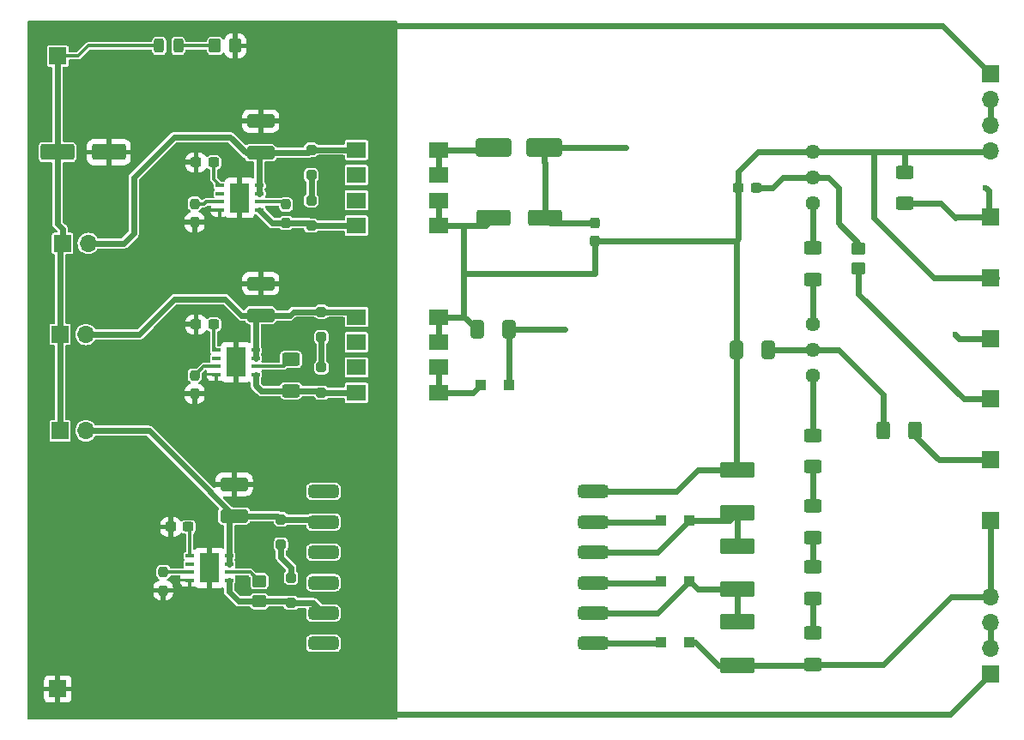
<source format=gbr>
%TF.GenerationSoftware,KiCad,Pcbnew,8.0.8*%
%TF.CreationDate,2025-02-22T00:18:49-08:00*%
%TF.ProjectId,CRT_main_supply,4352545f-6d61-4696-9e5f-737570706c79,rev?*%
%TF.SameCoordinates,Original*%
%TF.FileFunction,Copper,L1,Top*%
%TF.FilePolarity,Positive*%
%FSLAX46Y46*%
G04 Gerber Fmt 4.6, Leading zero omitted, Abs format (unit mm)*
G04 Created by KiCad (PCBNEW 8.0.8) date 2025-02-22 00:18:49*
%MOMM*%
%LPD*%
G01*
G04 APERTURE LIST*
G04 Aperture macros list*
%AMRoundRect*
0 Rectangle with rounded corners*
0 $1 Rounding radius*
0 $2 $3 $4 $5 $6 $7 $8 $9 X,Y pos of 4 corners*
0 Add a 4 corners polygon primitive as box body*
4,1,4,$2,$3,$4,$5,$6,$7,$8,$9,$2,$3,0*
0 Add four circle primitives for the rounded corners*
1,1,$1+$1,$2,$3*
1,1,$1+$1,$4,$5*
1,1,$1+$1,$6,$7*
1,1,$1+$1,$8,$9*
0 Add four rect primitives between the rounded corners*
20,1,$1+$1,$2,$3,$4,$5,0*
20,1,$1+$1,$4,$5,$6,$7,0*
20,1,$1+$1,$6,$7,$8,$9,0*
20,1,$1+$1,$8,$9,$2,$3,0*%
G04 Aperture macros list end*
%TA.AperFunction,SMDPad,CuDef*%
%ADD10RoundRect,0.250000X0.300000X0.300000X-0.300000X0.300000X-0.300000X-0.300000X0.300000X-0.300000X0*%
%TD*%
%TA.AperFunction,ComponentPad*%
%ADD11R,1.700000X1.700000*%
%TD*%
%TA.AperFunction,SMDPad,CuDef*%
%ADD12RoundRect,0.250000X0.625000X-0.400000X0.625000X0.400000X-0.625000X0.400000X-0.625000X-0.400000X0*%
%TD*%
%TA.AperFunction,SMDPad,CuDef*%
%ADD13RoundRect,0.250000X0.250000X-0.250000X0.250000X0.250000X-0.250000X0.250000X-0.250000X-0.250000X0*%
%TD*%
%TA.AperFunction,SMDPad,CuDef*%
%ADD14RoundRect,0.250000X-0.250000X0.250000X-0.250000X-0.250000X0.250000X-0.250000X0.250000X0.250000X0*%
%TD*%
%TA.AperFunction,SMDPad,CuDef*%
%ADD15RoundRect,0.250000X1.412500X0.550000X-1.412500X0.550000X-1.412500X-0.550000X1.412500X-0.550000X0*%
%TD*%
%TA.AperFunction,SMDPad,CuDef*%
%ADD16RoundRect,0.250000X1.100000X-0.412500X1.100000X0.412500X-1.100000X0.412500X-1.100000X-0.412500X0*%
%TD*%
%TA.AperFunction,SMDPad,CuDef*%
%ADD17RoundRect,0.250000X-0.625000X0.400000X-0.625000X-0.400000X0.625000X-0.400000X0.625000X0.400000X0*%
%TD*%
%TA.AperFunction,SMDPad,CuDef*%
%ADD18R,1.900000X1.600000*%
%TD*%
%TA.AperFunction,SMDPad,CuDef*%
%ADD19RoundRect,0.250000X-0.350000X-0.450000X0.350000X-0.450000X0.350000X0.450000X-0.350000X0.450000X0*%
%TD*%
%TA.AperFunction,SMDPad,CuDef*%
%ADD20RoundRect,0.250000X1.500000X0.650000X-1.500000X0.650000X-1.500000X-0.650000X1.500000X-0.650000X0*%
%TD*%
%TA.AperFunction,SMDPad,CuDef*%
%ADD21RoundRect,0.237500X-0.237500X0.250000X-0.237500X-0.250000X0.237500X-0.250000X0.237500X0.250000X0*%
%TD*%
%TA.AperFunction,SMDPad,CuDef*%
%ADD22RoundRect,0.237500X0.300000X0.237500X-0.300000X0.237500X-0.300000X-0.237500X0.300000X-0.237500X0*%
%TD*%
%TA.AperFunction,SMDPad,CuDef*%
%ADD23RoundRect,0.250000X1.450000X-0.537500X1.450000X0.537500X-1.450000X0.537500X-1.450000X-0.537500X0*%
%TD*%
%TA.AperFunction,SMDPad,CuDef*%
%ADD24RoundRect,0.250000X-0.412500X-0.650000X0.412500X-0.650000X0.412500X0.650000X-0.412500X0.650000X0*%
%TD*%
%TA.AperFunction,SMDPad,CuDef*%
%ADD25RoundRect,0.237500X-0.237500X0.300000X-0.237500X-0.300000X0.237500X-0.300000X0.237500X0.300000X0*%
%TD*%
%TA.AperFunction,ComponentPad*%
%ADD26C,1.440000*%
%TD*%
%TA.AperFunction,ComponentPad*%
%ADD27O,1.700000X1.700000*%
%TD*%
%TA.AperFunction,SMDPad,CuDef*%
%ADD28RoundRect,0.250000X0.412500X0.650000X-0.412500X0.650000X-0.412500X-0.650000X0.412500X-0.650000X0*%
%TD*%
%TA.AperFunction,SMDPad,CuDef*%
%ADD29RoundRect,0.250000X-0.400000X-0.625000X0.400000X-0.625000X0.400000X0.625000X-0.400000X0.625000X0*%
%TD*%
%TA.AperFunction,SMDPad,CuDef*%
%ADD30RoundRect,0.325000X-1.175000X0.325000X-1.175000X-0.325000X1.175000X-0.325000X1.175000X0.325000X0*%
%TD*%
%TA.AperFunction,SMDPad,CuDef*%
%ADD31RoundRect,0.250000X-1.412500X-0.550000X1.412500X-0.550000X1.412500X0.550000X-1.412500X0.550000X0*%
%TD*%
%TA.AperFunction,SMDPad,CuDef*%
%ADD32RoundRect,0.250000X-0.450000X0.350000X-0.450000X-0.350000X0.450000X-0.350000X0.450000X0.350000X0*%
%TD*%
%TA.AperFunction,SMDPad,CuDef*%
%ADD33RoundRect,0.040000X0.390000X0.120000X-0.390000X0.120000X-0.390000X-0.120000X0.390000X-0.120000X0*%
%TD*%
%TA.AperFunction,SMDPad,CuDef*%
%ADD34R,1.980000X3.000000*%
%TD*%
%TA.AperFunction,SMDPad,CuDef*%
%ADD35RoundRect,0.237500X0.237500X-0.250000X0.237500X0.250000X-0.237500X0.250000X-0.237500X-0.250000X0*%
%TD*%
%TA.AperFunction,SMDPad,CuDef*%
%ADD36RoundRect,0.243750X0.243750X0.456250X-0.243750X0.456250X-0.243750X-0.456250X0.243750X-0.456250X0*%
%TD*%
%TA.AperFunction,SMDPad,CuDef*%
%ADD37RoundRect,0.250000X-0.300000X-0.300000X0.300000X-0.300000X0.300000X0.300000X-0.300000X0.300000X0*%
%TD*%
%TA.AperFunction,SMDPad,CuDef*%
%ADD38RoundRect,0.250000X0.450000X-0.350000X0.450000X0.350000X-0.450000X0.350000X-0.450000X-0.350000X0*%
%TD*%
%TA.AperFunction,ViaPad*%
%ADD39C,0.600000*%
%TD*%
%TA.AperFunction,Conductor*%
%ADD40C,0.600000*%
%TD*%
%TA.AperFunction,Conductor*%
%ADD41C,0.300000*%
%TD*%
G04 APERTURE END LIST*
D10*
%TO.P,D3,1,K*%
%TO.N,Net-(D3-K)*%
X152787500Y-100855000D03*
%TO.P,D3,2,A*%
%TO.N,Net-(D3-A)*%
X149987500Y-100855000D03*
%TD*%
D11*
%TO.P,J4,1,Pin_1*%
%TO.N,focus*%
X182500000Y-94880000D03*
%TD*%
D12*
%TO.P,R8,1*%
%TO.N,Net-(D12-A)*%
X113500000Y-88050000D03*
%TO.P,R8,2*%
%TO.N,Net-(U3-FB)*%
X113500000Y-84950000D03*
%TD*%
D10*
%TO.P,D2,1,K*%
%TO.N,Net-(D2-K)*%
X152787500Y-106855000D03*
%TO.P,D2,2,A*%
%TO.N,Net-(D2-A)*%
X149987500Y-106855000D03*
%TD*%
D13*
%TO.P,D9,1,K*%
%TO.N,Net-(D10-K)*%
X112500000Y-103250000D03*
%TO.P,D9,2,A*%
%TO.N,/HV_input*%
X112500000Y-100750000D03*
%TD*%
D11*
%TO.P,J7,1,Pin_1*%
%TO.N,-75V (grid drive)*%
X182500000Y-70880000D03*
%TD*%
D14*
%TO.P,D6,1,K*%
%TO.N,Net-(D6-K)*%
X115500000Y-69250000D03*
%TO.P,D6,2,A*%
%TO.N,Net-(D6-A)*%
X115500000Y-71750000D03*
%TD*%
D15*
%TO.P,C4,1*%
%TO.N,+6.3V (filament)*%
X138537500Y-71000000D03*
%TO.P,C4,2*%
%TO.N,-1500V*%
X133462500Y-71000000D03*
%TD*%
D16*
%TO.P,C10,1*%
%TO.N,/grid_input*%
X110500000Y-80600000D03*
%TO.P,C10,2*%
%TO.N,GND*%
X110500000Y-77475000D03*
%TD*%
D12*
%TO.P,R18,1*%
%TO.N,Net-(R17-Pad1)*%
X165000000Y-102555000D03*
%TO.P,R18,2*%
%TO.N,Net-(R18-Pad2)*%
X165000000Y-99455000D03*
%TD*%
D17*
%TO.P,R16,1*%
%TO.N,Net-(R16-Pad1)*%
X164950000Y-111955000D03*
%TO.P,R16,2*%
%TO.N,0V*%
X164950000Y-115055000D03*
%TD*%
D11*
%TO.P,J8,1,Pin_1*%
%TO.N,0V*%
X182500000Y-100880000D03*
%TD*%
D18*
%TO.P,T2,1*%
%TO.N,/Filament_input*%
X119950000Y-64265000D03*
%TO.P,T2,2*%
%TO.N,N/C*%
X119950000Y-66755000D03*
%TO.P,T2,3*%
X119950000Y-69245000D03*
%TO.P,T2,4*%
%TO.N,Net-(D6-A)*%
X119950000Y-71735000D03*
%TO.P,T2,5*%
%TO.N,-1500V*%
X128050000Y-71735000D03*
%TO.P,T2,6*%
X128050000Y-69245000D03*
%TO.P,T2,7*%
%TO.N,Net-(D4-A)*%
X128050000Y-66755000D03*
%TO.P,T2,8*%
X128050000Y-64265000D03*
%TD*%
D19*
%TO.P,R15,1*%
%TO.N,Net-(D8-K)*%
X106000000Y-54000000D03*
%TO.P,R15,2*%
%TO.N,GND*%
X108000000Y-54000000D03*
%TD*%
D20*
%TO.P,D4,1,K*%
%TO.N,+6.3V (filament)*%
X138500000Y-64000000D03*
%TO.P,D4,2,A*%
%TO.N,Net-(D4-A)*%
X133500000Y-64000000D03*
%TD*%
D21*
%TO.P,R11,1*%
%TO.N,Net-(U3-RSET)*%
X104000000Y-86537500D03*
%TO.P,R11,2*%
%TO.N,GND*%
X104000000Y-88362500D03*
%TD*%
D22*
%TO.P,C6,1*%
%TO.N,Net-(C6-Pad1)*%
X159362500Y-68000000D03*
%TO.P,C6,2*%
%TO.N,-1500V*%
X157637500Y-68000000D03*
%TD*%
D23*
%TO.P,C3,1*%
%TO.N,Net-(D3-K)*%
X157500000Y-100142500D03*
%TO.P,C3,2*%
%TO.N,-1500V*%
X157500000Y-95867500D03*
%TD*%
%TO.P,C2,1*%
%TO.N,Net-(D2-K)*%
X157500000Y-107642500D03*
%TO.P,C2,2*%
%TO.N,Net-(D3-K)*%
X157500000Y-103367500D03*
%TD*%
D11*
%TO.P,J1,1,Pin_1*%
%TO.N,+12V*%
X90500000Y-55000000D03*
%TD*%
D24*
%TO.P,C5,1*%
%TO.N,-1500V*%
X131875000Y-82000000D03*
%TO.P,C5,2*%
%TO.N,-75V (grid drive)*%
X135000000Y-82000000D03*
%TD*%
D16*
%TO.P,C8,1*%
%TO.N,/HV_input*%
X107887500Y-100417500D03*
%TO.P,C8,2*%
%TO.N,GND*%
X107887500Y-97292500D03*
%TD*%
D17*
%TO.P,R17,1*%
%TO.N,Net-(R17-Pad1)*%
X165000000Y-105455000D03*
%TO.P,R17,2*%
%TO.N,Net-(R16-Pad1)*%
X165000000Y-108555000D03*
%TD*%
D25*
%TO.P,C20,1*%
%TO.N,+6.3V (filament)*%
X143500000Y-71500000D03*
%TO.P,C20,2*%
%TO.N,-1500V*%
X143500000Y-73225000D03*
%TD*%
D22*
%TO.P,C15,1*%
%TO.N,Net-(U1-SS{slash}BIAS)*%
X103362500Y-101500000D03*
%TO.P,C15,2*%
%TO.N,GND*%
X101637500Y-101500000D03*
%TD*%
D11*
%TO.P,J5,1,Pin_1*%
%TO.N,cathode*%
X182500000Y-88880000D03*
%TD*%
D26*
%TO.P,RV2,1,1*%
%TO.N,Net-(R3-Pad2)*%
X165000000Y-69555000D03*
%TO.P,RV2,2,2*%
%TO.N,Net-(C6-Pad1)*%
X165000000Y-67015000D03*
%TO.P,RV2,3,3*%
%TO.N,-1500V*%
X165000000Y-64475000D03*
%TD*%
D23*
%TO.P,C1,1*%
%TO.N,0V*%
X157500000Y-115142500D03*
%TO.P,C1,2*%
%TO.N,Net-(D2-K)*%
X157500000Y-110867500D03*
%TD*%
D11*
%TO.P,J10,1,Pin_1*%
%TO.N,+12V*%
X90960000Y-73500000D03*
D27*
%TO.P,J10,2,Pin_2*%
%TO.N,/Filament_input*%
X93500000Y-73500000D03*
%TD*%
D14*
%TO.P,D12,1,K*%
%TO.N,Net-(D11-K)*%
X116500000Y-85750000D03*
%TO.P,D12,2,A*%
%TO.N,Net-(D12-A)*%
X116500000Y-88250000D03*
%TD*%
D11*
%TO.P,J12,1,Pin_1*%
%TO.N,GND*%
X182500000Y-56760000D03*
D27*
%TO.P,J12,2,Pin_2*%
%TO.N,Net-(J12-Pin_2)*%
X182500000Y-59300000D03*
%TO.P,J12,3,Pin_3*%
X182500000Y-61840000D03*
%TO.P,J12,4,Pin_4*%
%TO.N,-1500V*%
X182500000Y-64380000D03*
%TD*%
D22*
%TO.P,C14,1*%
%TO.N,Net-(U3-SS{slash}BIAS)*%
X105862500Y-81500000D03*
%TO.P,C14,2*%
%TO.N,GND*%
X104137500Y-81500000D03*
%TD*%
D28*
%TO.P,C7,1*%
%TO.N,Net-(C7-Pad1)*%
X160562500Y-84000000D03*
%TO.P,C7,2*%
%TO.N,-1500V*%
X157437500Y-84000000D03*
%TD*%
D11*
%TO.P,J9,1,Pin_1*%
%TO.N,+12V*%
X90725000Y-92000000D03*
D27*
%TO.P,J9,2,Pin_2*%
%TO.N,/HV_input*%
X93265000Y-92000000D03*
%TD*%
D29*
%TO.P,R5,1*%
%TO.N,Net-(C7-Pad1)*%
X171950000Y-92000000D03*
%TO.P,R5,2*%
%TO.N,focus*%
X175050000Y-92000000D03*
%TD*%
D12*
%TO.P,R2,1*%
%TO.N,Net-(R18-Pad2)*%
X165000000Y-95555000D03*
%TO.P,R2,2*%
%TO.N,Net-(R2-Pad2)*%
X165000000Y-92455000D03*
%TD*%
D21*
%TO.P,R9,1*%
%TO.N,Net-(U2-RSET)*%
X104000000Y-69587500D03*
%TO.P,R9,2*%
%TO.N,GND*%
X104000000Y-71412500D03*
%TD*%
D12*
%TO.P,R3,1*%
%TO.N,Net-(R3-Pad1)*%
X165000000Y-77055000D03*
%TO.P,R3,2*%
%TO.N,Net-(R3-Pad2)*%
X165000000Y-73955000D03*
%TD*%
D16*
%TO.P,C9,1*%
%TO.N,/Filament_input*%
X110500000Y-64562500D03*
%TO.P,C9,2*%
%TO.N,GND*%
X110500000Y-61437500D03*
%TD*%
D30*
%TO.P,T1,1*%
%TO.N,N/C*%
X116700000Y-98005000D03*
%TO.P,T1,2*%
%TO.N,/HV_input*%
X116700000Y-101005000D03*
%TO.P,T1,3*%
%TO.N,N/C*%
X116700000Y-104005000D03*
%TO.P,T1,4*%
X116700000Y-107005000D03*
%TO.P,T1,5*%
%TO.N,Net-(D10-A)*%
X116700000Y-110005000D03*
%TO.P,T1,6*%
%TO.N,N/C*%
X116700000Y-113005000D03*
%TO.P,T1,7*%
%TO.N,Net-(D1-A)*%
X143300000Y-113005000D03*
%TO.P,T1,8*%
%TO.N,Net-(D2-K)*%
X143300000Y-110005000D03*
%TO.P,T1,9*%
%TO.N,Net-(D2-A)*%
X143300000Y-107005000D03*
%TO.P,T1,10*%
%TO.N,Net-(D3-K)*%
X143300000Y-104005000D03*
%TO.P,T1,11*%
%TO.N,Net-(D3-A)*%
X143300000Y-101005000D03*
%TO.P,T1,12*%
%TO.N,-1500V*%
X143300000Y-98005000D03*
%TD*%
D31*
%TO.P,C17,1*%
%TO.N,+12V*%
X90462500Y-64500000D03*
%TO.P,C17,2*%
%TO.N,GND*%
X95537500Y-64500000D03*
%TD*%
D32*
%TO.P,R6,1*%
%TO.N,Net-(C6-Pad1)*%
X169500000Y-74000000D03*
%TO.P,R6,2*%
%TO.N,cathode*%
X169500000Y-76000000D03*
%TD*%
D17*
%TO.P,R4,1*%
%TO.N,-1500V*%
X174000000Y-66450000D03*
%TO.P,R4,2*%
%TO.N,-75V (grid drive)*%
X174000000Y-69550000D03*
%TD*%
D13*
%TO.P,D7,1,K*%
%TO.N,Net-(D6-K)*%
X115500000Y-66750000D03*
%TO.P,D7,2,A*%
%TO.N,/Filament_input*%
X115500000Y-64250000D03*
%TD*%
D33*
%TO.P,U1,1,SW*%
%TO.N,Net-(D10-A)*%
X107387500Y-106755000D03*
%TO.P,U1,2,FB*%
%TO.N,Net-(U1-FB)*%
X107387500Y-105955000D03*
%TO.P,U1,3,VIN*%
%TO.N,/HV_input*%
X107387500Y-105155000D03*
%TO.P,U1,4,EN/UVLO*%
X107387500Y-104355000D03*
%TO.P,U1,5,SS/BIAS*%
%TO.N,Net-(U1-SS{slash}BIAS)*%
X103517500Y-104355000D03*
%TO.P,U1,6,TC*%
%TO.N,unconnected-(U1-TC-Pad6)*%
X103517500Y-105155000D03*
%TO.P,U1,7,RSET*%
%TO.N,Net-(U1-RSET)*%
X103517500Y-105955000D03*
%TO.P,U1,8,GND*%
%TO.N,GND*%
X103517500Y-106755000D03*
D34*
%TO.P,U1,9,EXP*%
X105452500Y-105555000D03*
%TD*%
D11*
%TO.P,J3,1,Pin_1*%
%TO.N,-1500V*%
X182500000Y-76880000D03*
%TD*%
D35*
%TO.P,R7,1*%
%TO.N,Net-(D6-A)*%
X113000000Y-71487500D03*
%TO.P,R7,2*%
%TO.N,Net-(U2-FB)*%
X113000000Y-69662500D03*
%TD*%
D22*
%TO.P,C16,1*%
%TO.N,Net-(U2-SS{slash}BIAS)*%
X105862500Y-65500000D03*
%TO.P,C16,2*%
%TO.N,GND*%
X104137500Y-65500000D03*
%TD*%
D33*
%TO.P,U3,1,SW*%
%TO.N,Net-(D12-A)*%
X110000000Y-86437500D03*
%TO.P,U3,2,FB*%
%TO.N,Net-(U3-FB)*%
X110000000Y-85637500D03*
%TO.P,U3,3,VIN*%
%TO.N,/grid_input*%
X110000000Y-84837500D03*
%TO.P,U3,4,EN/UVLO*%
X110000000Y-84037500D03*
%TO.P,U3,5,SS/BIAS*%
%TO.N,Net-(U3-SS{slash}BIAS)*%
X106130000Y-84037500D03*
%TO.P,U3,6,TC*%
%TO.N,unconnected-(U3-TC-Pad6)*%
X106130000Y-84837500D03*
%TO.P,U3,7,RSET*%
%TO.N,Net-(U3-RSET)*%
X106130000Y-85637500D03*
%TO.P,U3,8,GND*%
%TO.N,GND*%
X106130000Y-86437500D03*
D34*
%TO.P,U3,9,EXP*%
X108065000Y-85237500D03*
%TD*%
D13*
%TO.P,D11,1,K*%
%TO.N,Net-(D11-K)*%
X116500000Y-82750000D03*
%TO.P,D11,2,A*%
%TO.N,/grid_input*%
X116500000Y-80250000D03*
%TD*%
D11*
%TO.P,J6,1,Pin_1*%
%TO.N,+6.3V (filament)*%
X182500000Y-82880000D03*
%TD*%
D14*
%TO.P,D10,1,K*%
%TO.N,Net-(D10-K)*%
X113500000Y-106500000D03*
%TO.P,D10,2,A*%
%TO.N,Net-(D10-A)*%
X113500000Y-109000000D03*
%TD*%
D36*
%TO.P,D8,1,K*%
%TO.N,Net-(D8-K)*%
X102375000Y-54000000D03*
%TO.P,D8,2,A*%
%TO.N,+12V*%
X100500000Y-54000000D03*
%TD*%
D18*
%TO.P,T3,1*%
%TO.N,/grid_input*%
X119950000Y-80765000D03*
%TO.P,T3,2*%
%TO.N,N/C*%
X119950000Y-83255000D03*
%TO.P,T3,3*%
X119950000Y-85745000D03*
%TO.P,T3,4*%
%TO.N,Net-(D12-A)*%
X119950000Y-88235000D03*
%TO.P,T3,5*%
%TO.N,Net-(D5-K)*%
X128050000Y-88235000D03*
%TO.P,T3,6*%
X128050000Y-85745000D03*
%TO.P,T3,7*%
%TO.N,-1500V*%
X128050000Y-83255000D03*
%TO.P,T3,8*%
X128050000Y-80765000D03*
%TD*%
D37*
%TO.P,D5,1,K*%
%TO.N,Net-(D5-K)*%
X132200000Y-87500000D03*
%TO.P,D5,2,A*%
%TO.N,-75V (grid drive)*%
X135000000Y-87500000D03*
%TD*%
D21*
%TO.P,R10,1*%
%TO.N,Net-(U1-RSET)*%
X100887500Y-105942500D03*
%TO.P,R10,2*%
%TO.N,GND*%
X100887500Y-107767500D03*
%TD*%
D11*
%TO.P,J13,1,Pin_1*%
%TO.N,GND*%
X182500000Y-116000000D03*
D27*
%TO.P,J13,2,Pin_2*%
%TO.N,Net-(J13-Pin_2)*%
X182500000Y-113460000D03*
%TO.P,J13,3,Pin_3*%
X182500000Y-110920000D03*
%TO.P,J13,4,Pin_4*%
%TO.N,0V*%
X182500000Y-108380000D03*
%TD*%
D26*
%TO.P,RV1,1,1*%
%TO.N,Net-(R2-Pad2)*%
X165000000Y-86545000D03*
%TO.P,RV1,2,2*%
%TO.N,Net-(C7-Pad1)*%
X165000000Y-84005000D03*
%TO.P,RV1,3,3*%
%TO.N,Net-(R3-Pad1)*%
X165000000Y-81465000D03*
%TD*%
D11*
%TO.P,J2,1,Pin_1*%
%TO.N,GND*%
X90500000Y-117500000D03*
%TD*%
D33*
%TO.P,U2,1,SW*%
%TO.N,Net-(D6-A)*%
X110370000Y-70200000D03*
%TO.P,U2,2,FB*%
%TO.N,Net-(U2-FB)*%
X110370000Y-69400000D03*
%TO.P,U2,3,VIN*%
%TO.N,/Filament_input*%
X110370000Y-68600000D03*
%TO.P,U2,4,EN/UVLO*%
X110370000Y-67800000D03*
%TO.P,U2,5,SS/BIAS*%
%TO.N,Net-(U2-SS{slash}BIAS)*%
X106500000Y-67800000D03*
%TO.P,U2,6,TC*%
%TO.N,unconnected-(U2-TC-Pad6)*%
X106500000Y-68600000D03*
%TO.P,U2,7,RSET*%
%TO.N,Net-(U2-RSET)*%
X106500000Y-69400000D03*
%TO.P,U2,8,GND*%
%TO.N,GND*%
X106500000Y-70200000D03*
D34*
%TO.P,U2,9,EXP*%
X108435000Y-69000000D03*
%TD*%
D10*
%TO.P,D1,1,K*%
%TO.N,0V*%
X152787500Y-112855000D03*
%TO.P,D1,2,A*%
%TO.N,Net-(D1-A)*%
X149987500Y-112855000D03*
%TD*%
D38*
%TO.P,R1,1*%
%TO.N,Net-(D10-A)*%
X110387500Y-108855000D03*
%TO.P,R1,2*%
%TO.N,Net-(U1-FB)*%
X110387500Y-106855000D03*
%TD*%
D11*
%TO.P,J11,1,Pin_1*%
%TO.N,+12V*%
X90725000Y-82500000D03*
D27*
%TO.P,J11,2,Pin_2*%
%TO.N,/grid_input*%
X93265000Y-82500000D03*
%TD*%
D39*
%TO.N,+6.3V (filament)*%
X146500000Y-64000000D03*
X179000000Y-82500000D03*
%TO.N,-75V (grid drive)*%
X140500000Y-82000000D03*
X182000000Y-68000000D03*
%TO.N,GND*%
X101000000Y-69000000D03*
X100500000Y-59000000D03*
X121500000Y-119000000D03*
X108000000Y-91500000D03*
X97000000Y-78500000D03*
X121000000Y-53000000D03*
X120500000Y-76000000D03*
X90000000Y-111000000D03*
X96000000Y-105500000D03*
X111000000Y-53000000D03*
X116500000Y-59500000D03*
X104500000Y-75500000D03*
X108500000Y-113500000D03*
X119000000Y-92500000D03*
X98000000Y-88000000D03*
X101500000Y-116500000D03*
X98000000Y-96000000D03*
X90000000Y-100500000D03*
%TD*%
D40*
%TO.N,Net-(D2-K)*%
X152850000Y-106855000D02*
X153637500Y-107642500D01*
X153637500Y-107642500D02*
X157500000Y-107642500D01*
X143300000Y-110005000D02*
X149637500Y-110005000D01*
X149637500Y-110005000D02*
X152787500Y-106855000D01*
X152787500Y-106855000D02*
X152850000Y-106855000D01*
X157500000Y-107642500D02*
X157500000Y-110867500D01*
%TO.N,0V*%
X164950000Y-115055000D02*
X171945000Y-115055000D01*
X178620000Y-108380000D02*
X182500000Y-108380000D01*
X157500000Y-115142500D02*
X164862500Y-115142500D01*
X153350000Y-112855000D02*
X155637500Y-115142500D01*
X152787500Y-112855000D02*
X153350000Y-112855000D01*
X155637500Y-115142500D02*
X157500000Y-115142500D01*
X171945000Y-115055000D02*
X178620000Y-108380000D01*
X182500000Y-100880000D02*
X182500000Y-108380000D01*
X164862500Y-115142500D02*
X164950000Y-115055000D01*
%TO.N,Net-(D3-K)*%
X156787500Y-100855000D02*
X157500000Y-100142500D01*
X152787500Y-100855000D02*
X156787500Y-100855000D01*
X149637500Y-104005000D02*
X152787500Y-100855000D01*
X157500000Y-100142500D02*
X157500000Y-103367500D01*
X143300000Y-104005000D02*
X149637500Y-104005000D01*
%TO.N,-1500V*%
X165000000Y-64475000D02*
X171000000Y-64475000D01*
X157437500Y-84000000D02*
X157437500Y-73200000D01*
X174000000Y-66450000D02*
X174000000Y-64475000D01*
X153637500Y-95867500D02*
X157500000Y-95867500D01*
X128050000Y-80765000D02*
X130500000Y-80765000D01*
X130500000Y-76500000D02*
X143500000Y-76500000D01*
X143500000Y-73225000D02*
X157412500Y-73225000D01*
X171000000Y-64475000D02*
X171000000Y-71000000D01*
X157412500Y-73225000D02*
X157637500Y-73000000D01*
X157437500Y-73200000D02*
X157637500Y-73000000D01*
X178975000Y-64475000D02*
X179000000Y-64500000D01*
X128050000Y-83255000D02*
X128050000Y-80765000D01*
X130500000Y-80765000D02*
X130640000Y-80765000D01*
X171000000Y-71000000D02*
X176880000Y-76880000D01*
X157500000Y-95867500D02*
X157437500Y-95805000D01*
X143300000Y-98005000D02*
X151500000Y-98005000D01*
X130640000Y-80765000D02*
X131875000Y-82000000D01*
X172000000Y-64475000D02*
X174000000Y-64475000D01*
X183120000Y-76880000D02*
X182500000Y-76880000D01*
X157637500Y-73000000D02*
X157637500Y-68000000D01*
X182380000Y-64500000D02*
X182500000Y-64380000D01*
X176880000Y-76880000D02*
X182500000Y-76880000D01*
X157637500Y-68000000D02*
X157637500Y-66367500D01*
X128050000Y-71735000D02*
X130500000Y-71735000D01*
X157437500Y-95805000D02*
X157437500Y-84000000D01*
X130500000Y-71735000D02*
X132727500Y-71735000D01*
X171000000Y-64475000D02*
X172000000Y-64475000D01*
X143500000Y-73225000D02*
X143500000Y-76500000D01*
X159530000Y-64475000D02*
X165000000Y-64475000D01*
X151500000Y-98005000D02*
X153637500Y-95867500D01*
X157637500Y-66367500D02*
X159530000Y-64475000D01*
X179000000Y-64500000D02*
X182380000Y-64500000D01*
X132727500Y-71735000D02*
X133462500Y-71000000D01*
X130500000Y-80765000D02*
X130500000Y-76500000D01*
X174000000Y-64475000D02*
X178975000Y-64475000D01*
X128050000Y-69245000D02*
X128050000Y-71735000D01*
X130500000Y-76500000D02*
X130500000Y-71735000D01*
%TO.N,+6.3V (filament)*%
X138500000Y-64000000D02*
X138500000Y-65500000D01*
X139037500Y-71500000D02*
X138537500Y-71000000D01*
X179380000Y-82880000D02*
X179000000Y-82500000D01*
X146500000Y-64000000D02*
X138500000Y-64000000D01*
X138500000Y-65500000D02*
X138537500Y-65537500D01*
X138500000Y-70962500D02*
X138537500Y-71000000D01*
X138537500Y-65537500D02*
X138537500Y-71000000D01*
X182500000Y-82880000D02*
X179380000Y-82880000D01*
X143500000Y-71500000D02*
X139037500Y-71500000D01*
%TO.N,-75V (grid drive)*%
X179000000Y-71000000D02*
X179120000Y-70880000D01*
X177550000Y-69550000D02*
X179000000Y-71000000D01*
X182310000Y-70690000D02*
X182310000Y-68310000D01*
X182500000Y-70880000D02*
X182310000Y-70690000D01*
X135000000Y-87500000D02*
X135000000Y-82000000D01*
X179120000Y-70880000D02*
X182500000Y-70880000D01*
X135000000Y-82000000D02*
X140500000Y-82000000D01*
X182310000Y-68310000D02*
X182000000Y-68000000D01*
X174000000Y-69550000D02*
X177550000Y-69550000D01*
%TO.N,Net-(C6-Pad1)*%
X162000000Y-67000000D02*
X162015000Y-67015000D01*
X167500000Y-71500000D02*
X169500000Y-73500000D01*
X166515000Y-67015000D02*
X167500000Y-68000000D01*
X161000000Y-68000000D02*
X162000000Y-67000000D01*
X162015000Y-67015000D02*
X165000000Y-67015000D01*
X165000000Y-67015000D02*
X166515000Y-67015000D01*
X167500000Y-68000000D02*
X167500000Y-71500000D01*
X169500000Y-73500000D02*
X169500000Y-74000000D01*
X159362500Y-68000000D02*
X161000000Y-68000000D01*
%TO.N,Net-(C7-Pad1)*%
X165000000Y-84005000D02*
X167495000Y-84005000D01*
X171950000Y-88450000D02*
X171950000Y-92000000D01*
X167500000Y-84000000D02*
X171950000Y-88450000D01*
X167495000Y-84005000D02*
X167500000Y-84000000D01*
X160562500Y-84000000D02*
X164995000Y-84000000D01*
X164995000Y-84000000D02*
X165000000Y-84005000D01*
%TO.N,/HV_input*%
X99500000Y-92000000D02*
X105500000Y-98000000D01*
X107887500Y-100417500D02*
X112167500Y-100417500D01*
X105500000Y-98030000D02*
X107887500Y-100417500D01*
X116445000Y-100750000D02*
X116700000Y-101005000D01*
X105500000Y-98000000D02*
X105500000Y-98030000D01*
X93265000Y-92000000D02*
X99500000Y-92000000D01*
X107387500Y-105155000D02*
X107387500Y-100917500D01*
X112500000Y-100750000D02*
X116445000Y-100750000D01*
X107387500Y-100917500D02*
X107887500Y-100417500D01*
X108275000Y-100805000D02*
X107887500Y-100417500D01*
X112167500Y-100417500D02*
X112500000Y-100750000D01*
%TO.N,GND*%
X177740000Y-52000000D02*
X182500000Y-56760000D01*
X123000000Y-52000000D02*
X177740000Y-52000000D01*
X123000000Y-56500000D02*
X123000000Y-52000000D01*
X178500000Y-120000000D02*
X124000000Y-120000000D01*
X182500000Y-116000000D02*
X178500000Y-120000000D01*
%TO.N,/Filament_input*%
X119935000Y-64250000D02*
X119950000Y-64265000D01*
X109062500Y-64562500D02*
X107500000Y-63000000D01*
X98000000Y-67000000D02*
X98000000Y-72500000D01*
X115187500Y-64562500D02*
X115500000Y-64250000D01*
X110500000Y-64562500D02*
X109062500Y-64562500D01*
X115500000Y-64250000D02*
X119935000Y-64250000D01*
X107500000Y-63000000D02*
X102000000Y-63000000D01*
X102000000Y-63000000D02*
X98000000Y-67000000D01*
X97000000Y-73500000D02*
X93500000Y-73500000D01*
X98000000Y-72500000D02*
X97000000Y-73500000D01*
X110370000Y-68600000D02*
X110370000Y-64692500D01*
X119710000Y-64025000D02*
X119950000Y-64265000D01*
X110500000Y-64562500D02*
X115187500Y-64562500D01*
X110370000Y-64692500D02*
X110500000Y-64562500D01*
%TO.N,/grid_input*%
X110000000Y-84837500D02*
X110000000Y-81100000D01*
X110500000Y-80600000D02*
X108600000Y-80600000D01*
X102000000Y-79000000D02*
X98500000Y-82500000D01*
X108600000Y-80600000D02*
X107000000Y-79000000D01*
X110000000Y-81100000D02*
X110500000Y-80600000D01*
X113750000Y-80250000D02*
X116500000Y-80250000D01*
X110500000Y-80600000D02*
X113400000Y-80600000D01*
X113400000Y-80600000D02*
X113750000Y-80250000D01*
X116500000Y-80250000D02*
X119435000Y-80250000D01*
X98500000Y-82500000D02*
X93265000Y-82500000D01*
X119435000Y-80250000D02*
X119950000Y-80765000D01*
X107000000Y-79000000D02*
X102000000Y-79000000D01*
%TO.N,Net-(D6-A)*%
X113000000Y-71487500D02*
X115237500Y-71487500D01*
X115500000Y-71750000D02*
X119935000Y-71750000D01*
X119790000Y-71575000D02*
X119950000Y-71735000D01*
X115237500Y-71487500D02*
X115500000Y-71750000D01*
X119935000Y-71750000D02*
X119950000Y-71735000D01*
X110370000Y-70200000D02*
X111670000Y-71500000D01*
X111670000Y-71500000D02*
X112987500Y-71500000D01*
X112987500Y-71500000D02*
X113000000Y-71487500D01*
D41*
%TO.N,Net-(U3-SS{slash}BIAS)*%
X105862500Y-81500000D02*
X105862500Y-83770000D01*
X105862500Y-83770000D02*
X106130000Y-84037500D01*
%TO.N,Net-(U1-SS{slash}BIAS)*%
X103517500Y-104355000D02*
X103517500Y-101655000D01*
X103517500Y-101655000D02*
X103362500Y-101500000D01*
%TO.N,Net-(U2-SS{slash}BIAS)*%
X105862500Y-65500000D02*
X105862500Y-67162500D01*
X105862500Y-67162500D02*
X106500000Y-67800000D01*
D40*
%TO.N,+12V*%
X90960000Y-72040000D02*
X90462500Y-71542500D01*
X90725000Y-92000000D02*
X90725000Y-82500000D01*
X90725000Y-73735000D02*
X90960000Y-73500000D01*
X90462500Y-71542500D02*
X90462500Y-64500000D01*
X90960000Y-73500000D02*
X90960000Y-72040000D01*
D41*
X100500000Y-54000000D02*
X93500000Y-54000000D01*
D40*
X90462500Y-55037500D02*
X90500000Y-55000000D01*
X90462500Y-64500000D02*
X90462500Y-55037500D01*
X90725000Y-82500000D02*
X90725000Y-73735000D01*
D41*
X93500000Y-54000000D02*
X92500000Y-55000000D01*
X92500000Y-55000000D02*
X90500000Y-55000000D01*
%TO.N,Net-(U1-RSET)*%
X100900000Y-105955000D02*
X100887500Y-105942500D01*
X103517500Y-105955000D02*
X100900000Y-105955000D01*
%TO.N,Net-(U3-RSET)*%
X103962500Y-86500000D02*
X104000000Y-86537500D01*
X104900000Y-85637500D02*
X106130000Y-85637500D01*
X104000000Y-86537500D02*
X104900000Y-85637500D01*
D40*
%TO.N,Net-(D1-A)*%
X149837500Y-113005000D02*
X149987500Y-112855000D01*
X143300000Y-113005000D02*
X149837500Y-113005000D01*
%TO.N,Net-(D2-A)*%
X143300000Y-107005000D02*
X149837500Y-107005000D01*
X149837500Y-107005000D02*
X149987500Y-106855000D01*
%TO.N,Net-(D3-A)*%
X149837500Y-101005000D02*
X149987500Y-100855000D01*
X143300000Y-101005000D02*
X149837500Y-101005000D01*
%TO.N,Net-(D4-A)*%
X133235000Y-64265000D02*
X133500000Y-64000000D01*
X128050000Y-64265000D02*
X133235000Y-64265000D01*
X128050000Y-66755000D02*
X128050000Y-64265000D01*
%TO.N,Net-(D5-K)*%
X131465000Y-88235000D02*
X132200000Y-87500000D01*
X128050000Y-85745000D02*
X128050000Y-88235000D01*
X128050000Y-88235000D02*
X131465000Y-88235000D01*
%TO.N,Net-(D6-K)*%
X115500000Y-66750000D02*
X115500000Y-69250000D01*
D41*
%TO.N,Net-(D8-K)*%
X102375000Y-54000000D02*
X106000000Y-54000000D01*
D40*
%TO.N,focus*%
X175050000Y-92550000D02*
X177380000Y-94880000D01*
X182330000Y-95050000D02*
X182500000Y-94880000D01*
X175050000Y-92000000D02*
X175050000Y-92550000D01*
X182170000Y-94550000D02*
X182500000Y-94880000D01*
X177380000Y-94880000D02*
X182500000Y-94880000D01*
%TO.N,cathode*%
X169500000Y-76000000D02*
X169500000Y-78500000D01*
X169500000Y-78500000D02*
X179880000Y-88880000D01*
X179880000Y-88880000D02*
X182500000Y-88880000D01*
X181380000Y-88880000D02*
X182500000Y-88880000D01*
%TO.N,Net-(J12-Pin_2)*%
X182500000Y-59300000D02*
X182500000Y-61840000D01*
%TO.N,Net-(J13-Pin_2)*%
X182500000Y-113460000D02*
X182500000Y-110920000D01*
D41*
%TO.N,Net-(U1-FB)*%
X107387500Y-105955000D02*
X109487500Y-105955000D01*
X109487500Y-105955000D02*
X110387500Y-106855000D01*
D40*
%TO.N,Net-(R2-Pad2)*%
X165000000Y-86545000D02*
X165000000Y-92455000D01*
%TO.N,Net-(R18-Pad2)*%
X165000000Y-95555000D02*
X165000000Y-99455000D01*
%TO.N,Net-(R3-Pad2)*%
X165000000Y-69555000D02*
X165000000Y-73955000D01*
%TO.N,Net-(R3-Pad1)*%
X165000000Y-77055000D02*
X165000000Y-81465000D01*
D41*
%TO.N,Net-(U2-FB)*%
X110370000Y-69400000D02*
X112737500Y-69400000D01*
X112737500Y-69400000D02*
X113000000Y-69662500D01*
%TO.N,Net-(U3-FB)*%
X110000000Y-85637500D02*
X112812500Y-85637500D01*
X112812500Y-85637500D02*
X113500000Y-84950000D01*
%TO.N,Net-(U2-RSET)*%
X104912500Y-69587500D02*
X105100000Y-69400000D01*
X104000000Y-69587500D02*
X104912500Y-69587500D01*
X105100000Y-69400000D02*
X106500000Y-69400000D01*
D40*
%TO.N,Net-(R16-Pad1)*%
X165000000Y-108555000D02*
X165000000Y-111905000D01*
X165000000Y-111905000D02*
X164950000Y-111955000D01*
%TO.N,Net-(R17-Pad1)*%
X165000000Y-102555000D02*
X165000000Y-105455000D01*
%TO.N,Net-(D10-K)*%
X112500000Y-103250000D02*
X112500000Y-104500000D01*
X113500000Y-105500000D02*
X113500000Y-106500000D01*
X112500000Y-104500000D02*
X113500000Y-105500000D01*
%TO.N,Net-(D10-A)*%
X107387500Y-106755000D02*
X107387500Y-107887500D01*
X113355000Y-108855000D02*
X113500000Y-109000000D01*
X108355000Y-108855000D02*
X110387500Y-108855000D01*
X110387500Y-108855000D02*
X113355000Y-108855000D01*
X113500000Y-109000000D02*
X115695000Y-109000000D01*
X107387500Y-107887500D02*
X108355000Y-108855000D01*
X115695000Y-109000000D02*
X116700000Y-110005000D01*
%TO.N,Net-(D11-K)*%
X116500000Y-82750000D02*
X116500000Y-85750000D01*
%TO.N,Net-(D12-A)*%
X119935000Y-88250000D02*
X119950000Y-88235000D01*
X110000000Y-87500000D02*
X110550000Y-88050000D01*
X110550000Y-88050000D02*
X113500000Y-88050000D01*
X113500000Y-88050000D02*
X116300000Y-88050000D01*
X116300000Y-88050000D02*
X116500000Y-88250000D01*
X110000000Y-86437500D02*
X110000000Y-87500000D01*
X116500000Y-88250000D02*
X119935000Y-88250000D01*
X119647500Y-88537500D02*
X119950000Y-88235000D01*
%TD*%
%TA.AperFunction,Conductor*%
%TO.N,GND*%
G36*
X123943039Y-51520185D02*
G01*
X123988794Y-51572989D01*
X124000000Y-51624500D01*
X124000000Y-120375500D01*
X123980315Y-120442539D01*
X123927511Y-120488294D01*
X123876000Y-120499500D01*
X87624500Y-120499500D01*
X87557461Y-120479815D01*
X87511706Y-120427011D01*
X87500500Y-120375500D01*
X87500500Y-116602155D01*
X89150000Y-116602155D01*
X89150000Y-117250000D01*
X90066988Y-117250000D01*
X90034075Y-117307007D01*
X90000000Y-117434174D01*
X90000000Y-117565826D01*
X90034075Y-117692993D01*
X90066988Y-117750000D01*
X89150000Y-117750000D01*
X89150000Y-118397844D01*
X89156401Y-118457372D01*
X89156403Y-118457379D01*
X89206645Y-118592086D01*
X89206649Y-118592093D01*
X89292809Y-118707187D01*
X89292812Y-118707190D01*
X89407906Y-118793350D01*
X89407913Y-118793354D01*
X89542620Y-118843596D01*
X89542627Y-118843598D01*
X89602155Y-118849999D01*
X89602172Y-118850000D01*
X90250000Y-118850000D01*
X90250000Y-117933012D01*
X90307007Y-117965925D01*
X90434174Y-118000000D01*
X90565826Y-118000000D01*
X90692993Y-117965925D01*
X90750000Y-117933012D01*
X90750000Y-118850000D01*
X91397828Y-118850000D01*
X91397844Y-118849999D01*
X91457372Y-118843598D01*
X91457379Y-118843596D01*
X91592086Y-118793354D01*
X91592093Y-118793350D01*
X91707187Y-118707190D01*
X91707190Y-118707187D01*
X91793350Y-118592093D01*
X91793354Y-118592086D01*
X91843596Y-118457379D01*
X91843598Y-118457372D01*
X91849999Y-118397844D01*
X91850000Y-118397827D01*
X91850000Y-117750000D01*
X90933012Y-117750000D01*
X90965925Y-117692993D01*
X91000000Y-117565826D01*
X91000000Y-117434174D01*
X90965925Y-117307007D01*
X90933012Y-117250000D01*
X91850000Y-117250000D01*
X91850000Y-116602172D01*
X91849999Y-116602155D01*
X91843598Y-116542627D01*
X91843596Y-116542620D01*
X91793354Y-116407913D01*
X91793350Y-116407906D01*
X91707190Y-116292812D01*
X91707187Y-116292809D01*
X91592093Y-116206649D01*
X91592086Y-116206645D01*
X91457379Y-116156403D01*
X91457372Y-116156401D01*
X91397844Y-116150000D01*
X90750000Y-116150000D01*
X90750000Y-117066988D01*
X90692993Y-117034075D01*
X90565826Y-117000000D01*
X90434174Y-117000000D01*
X90307007Y-117034075D01*
X90250000Y-117066988D01*
X90250000Y-116150000D01*
X89602155Y-116150000D01*
X89542627Y-116156401D01*
X89542620Y-116156403D01*
X89407913Y-116206645D01*
X89407906Y-116206649D01*
X89292812Y-116292809D01*
X89292809Y-116292812D01*
X89206649Y-116407906D01*
X89206645Y-116407913D01*
X89156403Y-116542620D01*
X89156401Y-116542627D01*
X89150000Y-116602155D01*
X87500500Y-116602155D01*
X87500500Y-112638856D01*
X114999500Y-112638856D01*
X114999500Y-113371144D01*
X115004825Y-113415494D01*
X115009640Y-113455588D01*
X115062636Y-113589976D01*
X115149921Y-113705078D01*
X115265023Y-113792363D01*
X115265024Y-113792363D01*
X115265025Y-113792364D01*
X115399410Y-113845359D01*
X115483856Y-113855500D01*
X115483862Y-113855500D01*
X117916138Y-113855500D01*
X117916144Y-113855500D01*
X118000590Y-113845359D01*
X118134975Y-113792364D01*
X118250078Y-113705078D01*
X118337364Y-113589975D01*
X118390359Y-113455590D01*
X118400500Y-113371144D01*
X118400500Y-112638856D01*
X118390359Y-112554410D01*
X118337364Y-112420025D01*
X118337363Y-112420024D01*
X118337363Y-112420023D01*
X118250078Y-112304921D01*
X118134976Y-112217636D01*
X118000588Y-112164640D01*
X117957242Y-112159435D01*
X117916144Y-112154500D01*
X115483856Y-112154500D01*
X115445841Y-112159065D01*
X115399411Y-112164640D01*
X115265023Y-112217636D01*
X115149921Y-112304921D01*
X115062636Y-112420023D01*
X115009640Y-112554411D01*
X115004065Y-112600841D01*
X114999500Y-112638856D01*
X87500500Y-112638856D01*
X87500500Y-108066654D01*
X99912501Y-108066654D01*
X99922819Y-108167652D01*
X99977046Y-108331300D01*
X99977051Y-108331311D01*
X100067552Y-108478034D01*
X100067555Y-108478038D01*
X100189461Y-108599944D01*
X100189465Y-108599947D01*
X100336188Y-108690448D01*
X100336199Y-108690453D01*
X100499847Y-108744680D01*
X100600852Y-108754999D01*
X100637500Y-108754999D01*
X101137500Y-108754999D01*
X101174140Y-108754999D01*
X101174154Y-108754998D01*
X101275152Y-108744680D01*
X101438800Y-108690453D01*
X101438811Y-108690448D01*
X101585534Y-108599947D01*
X101585538Y-108599944D01*
X101707444Y-108478038D01*
X101707447Y-108478034D01*
X101797948Y-108331311D01*
X101797953Y-108331300D01*
X101852180Y-108167652D01*
X101862499Y-108066654D01*
X101862500Y-108066641D01*
X101862500Y-108017500D01*
X101137500Y-108017500D01*
X101137500Y-108754999D01*
X100637500Y-108754999D01*
X100637500Y-108017500D01*
X99912501Y-108017500D01*
X99912501Y-108066654D01*
X87500500Y-108066654D01*
X87500500Y-107468345D01*
X99912500Y-107468345D01*
X99912500Y-107517500D01*
X101862499Y-107517500D01*
X101862499Y-107468360D01*
X101862498Y-107468345D01*
X101852180Y-107367347D01*
X101797953Y-107203699D01*
X101797948Y-107203688D01*
X101707447Y-107056965D01*
X101707444Y-107056961D01*
X101585538Y-106935055D01*
X101585534Y-106935052D01*
X101556705Y-106917270D01*
X102587501Y-106917270D01*
X102597920Y-107004054D01*
X102597922Y-107004058D01*
X102652376Y-107142144D01*
X102652379Y-107142150D01*
X102742071Y-107260428D01*
X102860349Y-107350120D01*
X102860355Y-107350123D01*
X102998443Y-107404578D01*
X103085229Y-107414999D01*
X103357499Y-107414999D01*
X103357500Y-107414998D01*
X103357500Y-106915000D01*
X102587501Y-106915000D01*
X102587501Y-106917270D01*
X101556705Y-106917270D01*
X101438811Y-106844551D01*
X101438800Y-106844546D01*
X101346293Y-106813893D01*
X101288848Y-106774121D01*
X101262025Y-106709605D01*
X101274340Y-106640829D01*
X101321883Y-106589629D01*
X101327359Y-106586555D01*
X101331970Y-106584117D01*
X101331975Y-106584116D01*
X101438211Y-106505711D01*
X101516616Y-106399475D01*
X101520441Y-106388543D01*
X101561164Y-106331768D01*
X101626117Y-106306022D01*
X101637482Y-106305500D01*
X102494774Y-106305500D01*
X102561813Y-106325185D01*
X102607568Y-106377989D01*
X102617512Y-106447147D01*
X102610128Y-106474991D01*
X102597921Y-106505944D01*
X102587500Y-106592729D01*
X102587500Y-106595000D01*
X103393500Y-106595000D01*
X103460539Y-106614685D01*
X103506294Y-106667489D01*
X103517500Y-106719000D01*
X103517500Y-106755000D01*
X103553500Y-106755000D01*
X103620539Y-106774685D01*
X103666294Y-106827489D01*
X103677500Y-106879000D01*
X103677500Y-107414999D01*
X103949770Y-107414999D01*
X104037722Y-107404438D01*
X104106630Y-107415990D01*
X104126816Y-107428288D01*
X104220406Y-107498350D01*
X104220413Y-107498354D01*
X104355120Y-107548596D01*
X104355127Y-107548598D01*
X104414655Y-107554999D01*
X104414672Y-107555000D01*
X105202500Y-107555000D01*
X105202500Y-103555000D01*
X104414655Y-103555000D01*
X104355127Y-103561401D01*
X104355120Y-103561403D01*
X104220413Y-103611645D01*
X104220406Y-103611649D01*
X104105312Y-103697809D01*
X104091266Y-103716573D01*
X104035332Y-103758443D01*
X103965641Y-103763427D01*
X103904318Y-103729941D01*
X103870833Y-103668618D01*
X103868000Y-103642261D01*
X103868000Y-102192803D01*
X103887685Y-102125764D01*
X103918366Y-102093033D01*
X103975711Y-102050711D01*
X104054116Y-101944475D01*
X104097725Y-101819849D01*
X104100500Y-101790260D01*
X104100500Y-101209739D01*
X104097725Y-101180150D01*
X104064325Y-101084701D01*
X104054116Y-101055525D01*
X104053189Y-101054269D01*
X103975711Y-100949289D01*
X103975710Y-100949288D01*
X103869476Y-100870884D01*
X103744848Y-100827274D01*
X103744849Y-100827274D01*
X103715260Y-100824500D01*
X103715256Y-100824500D01*
X103009744Y-100824500D01*
X103009740Y-100824500D01*
X102980150Y-100827274D01*
X102855525Y-100870883D01*
X102762560Y-100939494D01*
X102696930Y-100963464D01*
X102628760Y-100948148D01*
X102583388Y-100904820D01*
X102519943Y-100801960D01*
X102398038Y-100680055D01*
X102398034Y-100680052D01*
X102251311Y-100589551D01*
X102251300Y-100589546D01*
X102087652Y-100535319D01*
X101986654Y-100525000D01*
X101887500Y-100525000D01*
X101887500Y-102474999D01*
X101986640Y-102474999D01*
X101986654Y-102474998D01*
X102087652Y-102464680D01*
X102251300Y-102410453D01*
X102251311Y-102410448D01*
X102398034Y-102319947D01*
X102398038Y-102319944D01*
X102519945Y-102198037D01*
X102583388Y-102095180D01*
X102635336Y-102048455D01*
X102704298Y-102037232D01*
X102762560Y-102060505D01*
X102855525Y-102129116D01*
X102980151Y-102172725D01*
X102980150Y-102172725D01*
X103009740Y-102175500D01*
X103009744Y-102175500D01*
X103043000Y-102175500D01*
X103110039Y-102195185D01*
X103155794Y-102247989D01*
X103167000Y-102299500D01*
X103167000Y-103880166D01*
X103147315Y-103947205D01*
X103094511Y-103992960D01*
X103067193Y-104001783D01*
X103033664Y-104008452D01*
X103033661Y-104008454D01*
X102954109Y-104061609D01*
X102900954Y-104141161D01*
X102900952Y-104141165D01*
X102887000Y-104211307D01*
X102887000Y-104498692D01*
X102900952Y-104568834D01*
X102900953Y-104568837D01*
X102900954Y-104568839D01*
X102954109Y-104648391D01*
X102959352Y-104651894D01*
X102959358Y-104651898D01*
X103004163Y-104705510D01*
X103012870Y-104774835D01*
X102982715Y-104837863D01*
X102959358Y-104858102D01*
X102954109Y-104861609D01*
X102900954Y-104941161D01*
X102900952Y-104941165D01*
X102887000Y-105011307D01*
X102887000Y-105298692D01*
X102900952Y-105368834D01*
X102900953Y-105368837D01*
X102900953Y-105368838D01*
X102900954Y-105368839D01*
X102929533Y-105411610D01*
X102950410Y-105478287D01*
X102931925Y-105545667D01*
X102879946Y-105592357D01*
X102826430Y-105604500D01*
X101646230Y-105604500D01*
X101579191Y-105584815D01*
X101533436Y-105532011D01*
X101529189Y-105521456D01*
X101516615Y-105485523D01*
X101438211Y-105379289D01*
X101438210Y-105379288D01*
X101331976Y-105300884D01*
X101207348Y-105257274D01*
X101207349Y-105257274D01*
X101177760Y-105254500D01*
X101177756Y-105254500D01*
X100597244Y-105254500D01*
X100597240Y-105254500D01*
X100567650Y-105257274D01*
X100443023Y-105300884D01*
X100336789Y-105379288D01*
X100336788Y-105379289D01*
X100258384Y-105485523D01*
X100214774Y-105610150D01*
X100212000Y-105639739D01*
X100212000Y-106245260D01*
X100214774Y-106274849D01*
X100258384Y-106399476D01*
X100336788Y-106505710D01*
X100336789Y-106505711D01*
X100443025Y-106584116D01*
X100443029Y-106584117D01*
X100447644Y-106586557D01*
X100497716Y-106635286D01*
X100513495Y-106703350D01*
X100489970Y-106769141D01*
X100434611Y-106811769D01*
X100428706Y-106813893D01*
X100336199Y-106844546D01*
X100336188Y-106844551D01*
X100189465Y-106935052D01*
X100189461Y-106935055D01*
X100067555Y-107056961D01*
X100067552Y-107056965D01*
X99977051Y-107203688D01*
X99977046Y-107203699D01*
X99922819Y-107367347D01*
X99912500Y-107468345D01*
X87500500Y-107468345D01*
X87500500Y-101786654D01*
X100600001Y-101786654D01*
X100610319Y-101887652D01*
X100664546Y-102051300D01*
X100664551Y-102051311D01*
X100755052Y-102198034D01*
X100755055Y-102198038D01*
X100876961Y-102319944D01*
X100876965Y-102319947D01*
X101023688Y-102410448D01*
X101023699Y-102410453D01*
X101187347Y-102464680D01*
X101288351Y-102474999D01*
X101387500Y-102474998D01*
X101387500Y-101750000D01*
X100600001Y-101750000D01*
X100600001Y-101786654D01*
X87500500Y-101786654D01*
X87500500Y-101213345D01*
X100600000Y-101213345D01*
X100600000Y-101250000D01*
X101387500Y-101250000D01*
X101387500Y-100524999D01*
X101288360Y-100525000D01*
X101288344Y-100525001D01*
X101187347Y-100535319D01*
X101023699Y-100589546D01*
X101023688Y-100589551D01*
X100876965Y-100680052D01*
X100876961Y-100680055D01*
X100755055Y-100801961D01*
X100755052Y-100801965D01*
X100664551Y-100948688D01*
X100664546Y-100948699D01*
X100610319Y-101112347D01*
X100600000Y-101213345D01*
X87500500Y-101213345D01*
X87500500Y-63895730D01*
X88599500Y-63895730D01*
X88599500Y-65104269D01*
X88602353Y-65134699D01*
X88602353Y-65134701D01*
X88647206Y-65262880D01*
X88647207Y-65262882D01*
X88727850Y-65372150D01*
X88837118Y-65452793D01*
X88879845Y-65467744D01*
X88965299Y-65497646D01*
X88995730Y-65500500D01*
X88995734Y-65500500D01*
X89838000Y-65500500D01*
X89905039Y-65520185D01*
X89950794Y-65572989D01*
X89962000Y-65624500D01*
X89962000Y-71608391D01*
X89996108Y-71735687D01*
X90029054Y-71792750D01*
X90062000Y-71849814D01*
X90256563Y-72044377D01*
X90423181Y-72210994D01*
X90456666Y-72272317D01*
X90459500Y-72298675D01*
X90459500Y-72325500D01*
X90439815Y-72392539D01*
X90387011Y-72438294D01*
X90335500Y-72449500D01*
X90090247Y-72449500D01*
X90031770Y-72461131D01*
X90031769Y-72461132D01*
X89965447Y-72505447D01*
X89921132Y-72571769D01*
X89921131Y-72571770D01*
X89909500Y-72630247D01*
X89909500Y-74369752D01*
X89921131Y-74428229D01*
X89921132Y-74428230D01*
X89965447Y-74494552D01*
X90031769Y-74538867D01*
X90031770Y-74538868D01*
X90090247Y-74550499D01*
X90090250Y-74550500D01*
X90090252Y-74550500D01*
X90100500Y-74550500D01*
X90167539Y-74570185D01*
X90213294Y-74622989D01*
X90224500Y-74674500D01*
X90224500Y-81325500D01*
X90204815Y-81392539D01*
X90152011Y-81438294D01*
X90100500Y-81449500D01*
X89855247Y-81449500D01*
X89796770Y-81461131D01*
X89796769Y-81461132D01*
X89730447Y-81505447D01*
X89686132Y-81571769D01*
X89686131Y-81571770D01*
X89674500Y-81630247D01*
X89674500Y-83369752D01*
X89686131Y-83428229D01*
X89686132Y-83428230D01*
X89730447Y-83494552D01*
X89796769Y-83538867D01*
X89796770Y-83538868D01*
X89855247Y-83550499D01*
X89855250Y-83550500D01*
X89855252Y-83550500D01*
X90100500Y-83550500D01*
X90167539Y-83570185D01*
X90213294Y-83622989D01*
X90224500Y-83674500D01*
X90224500Y-90825500D01*
X90204815Y-90892539D01*
X90152011Y-90938294D01*
X90100500Y-90949500D01*
X89855247Y-90949500D01*
X89796770Y-90961131D01*
X89796769Y-90961132D01*
X89730447Y-91005447D01*
X89686132Y-91071769D01*
X89686131Y-91071770D01*
X89674500Y-91130247D01*
X89674500Y-92869752D01*
X89686131Y-92928229D01*
X89686132Y-92928230D01*
X89730447Y-92994552D01*
X89796769Y-93038867D01*
X89796770Y-93038868D01*
X89855247Y-93050499D01*
X89855250Y-93050500D01*
X89855252Y-93050500D01*
X91594750Y-93050500D01*
X91594751Y-93050499D01*
X91609568Y-93047552D01*
X91653229Y-93038868D01*
X91653229Y-93038867D01*
X91653231Y-93038867D01*
X91719552Y-92994552D01*
X91763867Y-92928231D01*
X91763867Y-92928229D01*
X91763868Y-92928229D01*
X91775499Y-92869752D01*
X91775500Y-92869750D01*
X91775500Y-92000000D01*
X92209417Y-92000000D01*
X92229699Y-92205932D01*
X92229700Y-92205934D01*
X92289768Y-92403954D01*
X92387315Y-92586450D01*
X92387316Y-92586451D01*
X92387317Y-92586452D01*
X92518589Y-92746410D01*
X92615209Y-92825702D01*
X92678550Y-92877685D01*
X92861046Y-92975232D01*
X93059066Y-93035300D01*
X93059065Y-93035300D01*
X93077529Y-93037118D01*
X93265000Y-93055583D01*
X93470934Y-93035300D01*
X93668954Y-92975232D01*
X93851450Y-92877685D01*
X94011410Y-92746410D01*
X94142685Y-92586450D01*
X94153592Y-92566045D01*
X94202555Y-92516202D01*
X94262949Y-92500500D01*
X99241324Y-92500500D01*
X99308363Y-92520185D01*
X99329005Y-92536819D01*
X105046973Y-98254787D01*
X105066678Y-98280467D01*
X105076406Y-98297315D01*
X105099500Y-98337314D01*
X105099502Y-98337316D01*
X106381268Y-99619082D01*
X106414753Y-99680405D01*
X106409769Y-99750097D01*
X106393358Y-99780395D01*
X106384708Y-99792115D01*
X106339853Y-99920303D01*
X106337000Y-99950730D01*
X106337000Y-100884269D01*
X106339853Y-100914699D01*
X106339853Y-100914701D01*
X106370067Y-101001044D01*
X106384707Y-101042882D01*
X106465350Y-101152150D01*
X106574618Y-101232793D01*
X106617345Y-101247744D01*
X106702799Y-101277646D01*
X106733230Y-101280500D01*
X106733234Y-101280500D01*
X106763000Y-101280500D01*
X106830039Y-101300185D01*
X106875794Y-101352989D01*
X106887000Y-101404500D01*
X106887000Y-103515449D01*
X106867315Y-103582488D01*
X106814511Y-103628243D01*
X106745353Y-103638187D01*
X106688691Y-103614717D01*
X106684592Y-103611648D01*
X106684586Y-103611645D01*
X106549879Y-103561403D01*
X106549872Y-103561401D01*
X106490344Y-103555000D01*
X105702500Y-103555000D01*
X105702500Y-107555000D01*
X106490328Y-107555000D01*
X106490344Y-107554999D01*
X106549872Y-107548598D01*
X106549879Y-107548596D01*
X106684586Y-107498354D01*
X106688685Y-107495286D01*
X106754148Y-107470866D01*
X106822422Y-107485715D01*
X106871830Y-107535118D01*
X106887000Y-107594550D01*
X106887000Y-107953391D01*
X106921108Y-108080687D01*
X106933533Y-108102207D01*
X106987000Y-108194814D01*
X108047686Y-109255500D01*
X108161814Y-109321392D01*
X108289108Y-109355500D01*
X108420893Y-109355500D01*
X109427020Y-109355500D01*
X109494059Y-109375185D01*
X109527531Y-109411628D01*
X109529189Y-109410405D01*
X109534706Y-109417881D01*
X109534707Y-109417882D01*
X109615350Y-109527150D01*
X109724618Y-109607793D01*
X109767345Y-109622744D01*
X109852799Y-109652646D01*
X109883230Y-109655500D01*
X109883234Y-109655500D01*
X110891770Y-109655500D01*
X110922199Y-109652646D01*
X110922201Y-109652646D01*
X110986290Y-109630219D01*
X111050382Y-109607793D01*
X111159650Y-109527150D01*
X111240293Y-109417882D01*
X111240293Y-109417881D01*
X111245811Y-109410405D01*
X111247785Y-109411862D01*
X111287080Y-109371485D01*
X111347980Y-109355500D01*
X112721650Y-109355500D01*
X112788689Y-109375185D01*
X112834444Y-109427989D01*
X112838692Y-109438547D01*
X112847205Y-109462879D01*
X112847206Y-109462881D01*
X112847207Y-109462882D01*
X112927850Y-109572150D01*
X113037118Y-109652793D01*
X113079845Y-109667744D01*
X113165299Y-109697646D01*
X113195730Y-109700500D01*
X113195734Y-109700500D01*
X113804270Y-109700500D01*
X113834699Y-109697646D01*
X113834701Y-109697646D01*
X113898790Y-109675219D01*
X113962882Y-109652793D01*
X114072150Y-109572150D01*
X114087858Y-109550865D01*
X114143506Y-109508615D01*
X114187628Y-109500500D01*
X114876333Y-109500500D01*
X114943372Y-109520185D01*
X114989127Y-109572989D01*
X114998801Y-109635106D01*
X114999721Y-109635162D01*
X114999500Y-109638853D01*
X114999500Y-109638856D01*
X114999500Y-110371144D01*
X115004825Y-110415494D01*
X115009640Y-110455588D01*
X115062636Y-110589976D01*
X115149921Y-110705078D01*
X115265023Y-110792363D01*
X115265024Y-110792363D01*
X115265025Y-110792364D01*
X115399410Y-110845359D01*
X115483856Y-110855500D01*
X115483862Y-110855500D01*
X117916138Y-110855500D01*
X117916144Y-110855500D01*
X118000590Y-110845359D01*
X118134975Y-110792364D01*
X118250078Y-110705078D01*
X118337364Y-110589975D01*
X118390359Y-110455590D01*
X118400500Y-110371144D01*
X118400500Y-109638856D01*
X118390359Y-109554410D01*
X118337364Y-109420025D01*
X118337363Y-109420024D01*
X118337363Y-109420023D01*
X118250078Y-109304921D01*
X118134976Y-109217636D01*
X118000588Y-109164640D01*
X117957242Y-109159435D01*
X117916144Y-109154500D01*
X117916138Y-109154500D01*
X116608676Y-109154500D01*
X116541637Y-109134815D01*
X116520995Y-109118181D01*
X116002316Y-108599502D01*
X116002314Y-108599500D01*
X115945250Y-108566554D01*
X115888187Y-108533608D01*
X115824539Y-108516554D01*
X115760892Y-108499500D01*
X115760891Y-108499500D01*
X114187628Y-108499500D01*
X114120589Y-108479815D01*
X114087858Y-108449134D01*
X114072150Y-108427850D01*
X113962882Y-108347207D01*
X113962880Y-108347206D01*
X113834700Y-108302353D01*
X113804270Y-108299500D01*
X113804266Y-108299500D01*
X113195734Y-108299500D01*
X113195730Y-108299500D01*
X113165302Y-108302353D01*
X113036160Y-108347542D01*
X112995206Y-108354500D01*
X111347980Y-108354500D01*
X111280941Y-108334815D01*
X111247468Y-108298371D01*
X111245811Y-108299595D01*
X111240293Y-108292118D01*
X111159650Y-108182850D01*
X111050382Y-108102207D01*
X111050380Y-108102206D01*
X110922200Y-108057353D01*
X110891770Y-108054500D01*
X110891766Y-108054500D01*
X109883234Y-108054500D01*
X109883230Y-108054500D01*
X109852800Y-108057353D01*
X109852798Y-108057353D01*
X109724619Y-108102206D01*
X109724617Y-108102207D01*
X109615350Y-108182850D01*
X109529189Y-108299595D01*
X109527214Y-108298137D01*
X109487920Y-108338515D01*
X109427020Y-108354500D01*
X108613676Y-108354500D01*
X108546637Y-108334815D01*
X108525995Y-108318181D01*
X107924319Y-107716505D01*
X107890834Y-107655182D01*
X107888000Y-107628824D01*
X107888000Y-107156692D01*
X107907685Y-107089653D01*
X107943109Y-107053590D01*
X107950891Y-107048391D01*
X108004046Y-106968839D01*
X108018000Y-106898688D01*
X108018000Y-106611312D01*
X108018000Y-106611309D01*
X108017999Y-106611307D01*
X108004047Y-106541165D01*
X108004046Y-106541162D01*
X108004046Y-106541161D01*
X107975466Y-106498389D01*
X107954590Y-106431713D01*
X107973075Y-106364333D01*
X108025054Y-106317643D01*
X108078570Y-106305500D01*
X109290956Y-106305500D01*
X109357995Y-106325185D01*
X109378637Y-106341819D01*
X109450681Y-106413863D01*
X109484166Y-106475186D01*
X109487000Y-106501544D01*
X109487000Y-107259269D01*
X109489853Y-107289699D01*
X109489853Y-107289701D01*
X109533698Y-107414998D01*
X109534707Y-107417882D01*
X109615350Y-107527150D01*
X109724618Y-107607793D01*
X109767345Y-107622744D01*
X109852799Y-107652646D01*
X109883230Y-107655500D01*
X109883234Y-107655500D01*
X110891770Y-107655500D01*
X110922199Y-107652646D01*
X110922201Y-107652646D01*
X110990279Y-107628824D01*
X111050382Y-107607793D01*
X111159650Y-107527150D01*
X111240293Y-107417882D01*
X111264004Y-107350120D01*
X111285146Y-107289701D01*
X111285146Y-107289699D01*
X111288000Y-107259269D01*
X111288000Y-106450730D01*
X111285146Y-106420300D01*
X111285146Y-106420298D01*
X111251506Y-106324163D01*
X111240293Y-106292118D01*
X111159650Y-106182850D01*
X111050382Y-106102207D01*
X111050380Y-106102206D01*
X110922200Y-106057353D01*
X110891770Y-106054500D01*
X110891766Y-106054500D01*
X110134044Y-106054500D01*
X110067005Y-106034815D01*
X110046363Y-106018181D01*
X109702713Y-105674531D01*
X109702708Y-105674527D01*
X109622790Y-105628387D01*
X109622789Y-105628386D01*
X109622788Y-105628386D01*
X109533644Y-105604500D01*
X109533643Y-105604500D01*
X108078570Y-105604500D01*
X108011531Y-105584815D01*
X107965776Y-105532011D01*
X107955832Y-105462853D01*
X107975467Y-105411610D01*
X108004046Y-105368839D01*
X108018000Y-105298688D01*
X108018000Y-105011312D01*
X108018000Y-105011309D01*
X108017999Y-105011307D01*
X108004047Y-104941165D01*
X108004046Y-104941164D01*
X108004046Y-104941161D01*
X107950891Y-104861609D01*
X107950886Y-104861605D01*
X107945641Y-104858100D01*
X107900836Y-104804487D01*
X107892130Y-104735162D01*
X107922286Y-104672135D01*
X107945642Y-104651897D01*
X107950891Y-104648391D01*
X108004046Y-104568839D01*
X108018000Y-104498688D01*
X108018000Y-104211312D01*
X108018000Y-104211309D01*
X108017999Y-104211307D01*
X108004047Y-104141165D01*
X108004046Y-104141164D01*
X108004046Y-104141161D01*
X107950891Y-104061609D01*
X107950886Y-104061605D01*
X107943106Y-104056406D01*
X107898302Y-104002792D01*
X107888000Y-103953306D01*
X107888000Y-102945730D01*
X111799500Y-102945730D01*
X111799500Y-103554269D01*
X111802353Y-103584699D01*
X111802353Y-103584701D01*
X111847206Y-103712880D01*
X111847207Y-103712882D01*
X111927850Y-103822150D01*
X111949132Y-103837857D01*
X111991384Y-103893503D01*
X111999500Y-103937628D01*
X111999500Y-104434108D01*
X111999500Y-104565892D01*
X112000290Y-104568839D01*
X112033608Y-104693187D01*
X112040723Y-104705510D01*
X112099500Y-104807314D01*
X112099502Y-104807316D01*
X112963181Y-105670995D01*
X112996666Y-105732318D01*
X112999500Y-105758676D01*
X112999500Y-105812372D01*
X112979815Y-105879411D01*
X112949134Y-105912142D01*
X112927850Y-105927850D01*
X112847207Y-106037117D01*
X112847206Y-106037119D01*
X112802353Y-106165298D01*
X112802353Y-106165300D01*
X112799500Y-106195730D01*
X112799500Y-106804269D01*
X112802353Y-106834699D01*
X112802353Y-106834701D01*
X112847206Y-106962880D01*
X112847207Y-106962882D01*
X112927850Y-107072150D01*
X113037118Y-107152793D01*
X113048261Y-107156692D01*
X113165299Y-107197646D01*
X113195730Y-107200500D01*
X113195734Y-107200500D01*
X113804270Y-107200500D01*
X113834699Y-107197646D01*
X113834701Y-107197646D01*
X113898790Y-107175219D01*
X113962882Y-107152793D01*
X114072150Y-107072150D01*
X114152793Y-106962882D01*
X114175255Y-106898688D01*
X114197646Y-106834701D01*
X114197646Y-106834699D01*
X114200500Y-106804269D01*
X114200500Y-106638856D01*
X114999500Y-106638856D01*
X114999500Y-107371144D01*
X115003498Y-107404438D01*
X115009640Y-107455588D01*
X115062636Y-107589976D01*
X115149921Y-107705078D01*
X115265023Y-107792363D01*
X115265024Y-107792363D01*
X115265025Y-107792364D01*
X115399410Y-107845359D01*
X115483856Y-107855500D01*
X115483862Y-107855500D01*
X117916138Y-107855500D01*
X117916144Y-107855500D01*
X118000590Y-107845359D01*
X118134975Y-107792364D01*
X118250078Y-107705078D01*
X118337364Y-107589975D01*
X118390359Y-107455590D01*
X118400500Y-107371144D01*
X118400500Y-106638856D01*
X118390359Y-106554410D01*
X118337364Y-106420025D01*
X118337363Y-106420024D01*
X118337363Y-106420023D01*
X118250078Y-106304921D01*
X118134976Y-106217636D01*
X118000588Y-106164640D01*
X117957242Y-106159435D01*
X117916144Y-106154500D01*
X115483856Y-106154500D01*
X115445841Y-106159065D01*
X115399411Y-106164640D01*
X115265023Y-106217636D01*
X115149921Y-106304921D01*
X115062636Y-106420023D01*
X115009640Y-106554411D01*
X115004065Y-106600841D01*
X114999500Y-106638856D01*
X114200500Y-106638856D01*
X114200500Y-106195730D01*
X114197646Y-106165300D01*
X114197646Y-106165298D01*
X114159874Y-106057354D01*
X114152793Y-106037118D01*
X114072150Y-105927850D01*
X114050865Y-105912141D01*
X114008615Y-105856494D01*
X114000500Y-105812372D01*
X114000500Y-105434110D01*
X114000500Y-105434108D01*
X113966392Y-105306814D01*
X113961700Y-105298688D01*
X113957563Y-105291521D01*
X113900500Y-105192686D01*
X113807314Y-105099500D01*
X113036819Y-104329005D01*
X113003334Y-104267682D01*
X113000500Y-104241324D01*
X113000500Y-103937628D01*
X113020185Y-103870589D01*
X113050866Y-103837857D01*
X113072150Y-103822150D01*
X113152793Y-103712882D01*
X113178696Y-103638856D01*
X114999500Y-103638856D01*
X114999500Y-104371144D01*
X115004825Y-104415494D01*
X115009640Y-104455588D01*
X115062636Y-104589976D01*
X115149921Y-104705078D01*
X115265023Y-104792363D01*
X115265024Y-104792363D01*
X115265025Y-104792364D01*
X115399410Y-104845359D01*
X115483856Y-104855500D01*
X115483862Y-104855500D01*
X117916138Y-104855500D01*
X117916144Y-104855500D01*
X118000590Y-104845359D01*
X118134975Y-104792364D01*
X118250078Y-104705078D01*
X118337364Y-104589975D01*
X118390359Y-104455590D01*
X118400500Y-104371144D01*
X118400500Y-103638856D01*
X118390359Y-103554410D01*
X118337364Y-103420025D01*
X118337363Y-103420024D01*
X118337363Y-103420023D01*
X118250078Y-103304921D01*
X118134976Y-103217636D01*
X118000588Y-103164640D01*
X117957242Y-103159435D01*
X117916144Y-103154500D01*
X115483856Y-103154500D01*
X115445841Y-103159065D01*
X115399411Y-103164640D01*
X115265023Y-103217636D01*
X115149921Y-103304921D01*
X115062636Y-103420023D01*
X115009640Y-103554411D01*
X115006003Y-103584701D01*
X114999500Y-103638856D01*
X113178696Y-103638856D01*
X113178930Y-103638187D01*
X113197646Y-103584701D01*
X113197646Y-103584699D01*
X113200500Y-103554269D01*
X113200500Y-102945730D01*
X113197646Y-102915300D01*
X113197646Y-102915298D01*
X113152793Y-102787119D01*
X113152792Y-102787117D01*
X113072150Y-102677850D01*
X112962882Y-102597207D01*
X112962880Y-102597206D01*
X112834700Y-102552353D01*
X112804270Y-102549500D01*
X112804266Y-102549500D01*
X112195734Y-102549500D01*
X112195730Y-102549500D01*
X112165300Y-102552353D01*
X112165298Y-102552353D01*
X112037119Y-102597206D01*
X112037117Y-102597207D01*
X111927850Y-102677850D01*
X111847207Y-102787117D01*
X111847206Y-102787119D01*
X111802353Y-102915298D01*
X111802353Y-102915300D01*
X111799500Y-102945730D01*
X107888000Y-102945730D01*
X107888000Y-101404500D01*
X107907685Y-101337461D01*
X107960489Y-101291706D01*
X108012000Y-101280500D01*
X108099481Y-101280500D01*
X108131574Y-101284725D01*
X108209108Y-101305500D01*
X108209110Y-101305500D01*
X108340891Y-101305500D01*
X108340893Y-101305500D01*
X108406397Y-101287948D01*
X108418427Y-101284725D01*
X108450520Y-101280500D01*
X109041770Y-101280500D01*
X109072199Y-101277646D01*
X109072201Y-101277646D01*
X109151207Y-101250000D01*
X109200382Y-101232793D01*
X109309650Y-101152150D01*
X109390293Y-101042882D01*
X109404933Y-101001044D01*
X109445655Y-100944269D01*
X109510608Y-100918522D01*
X109521974Y-100918000D01*
X111675500Y-100918000D01*
X111742539Y-100937685D01*
X111788294Y-100990489D01*
X111799500Y-101042000D01*
X111799500Y-101054269D01*
X111802353Y-101084699D01*
X111802353Y-101084701D01*
X111846107Y-101209739D01*
X111847207Y-101212882D01*
X111927850Y-101322150D01*
X112037118Y-101402793D01*
X112079845Y-101417744D01*
X112165299Y-101447646D01*
X112195730Y-101450500D01*
X112195734Y-101450500D01*
X112804270Y-101450500D01*
X112834699Y-101447646D01*
X112834701Y-101447646D01*
X112898790Y-101425219D01*
X112962882Y-101402793D01*
X113072150Y-101322150D01*
X113087858Y-101300865D01*
X113143506Y-101258615D01*
X113187628Y-101250500D01*
X114875500Y-101250500D01*
X114942539Y-101270185D01*
X114988294Y-101322989D01*
X114997980Y-101367516D01*
X114999278Y-101367439D01*
X114999498Y-101371128D01*
X115009640Y-101455588D01*
X115062636Y-101589976D01*
X115149921Y-101705078D01*
X115265023Y-101792363D01*
X115265024Y-101792363D01*
X115265025Y-101792364D01*
X115399410Y-101845359D01*
X115483856Y-101855500D01*
X115483862Y-101855500D01*
X117916138Y-101855500D01*
X117916144Y-101855500D01*
X118000590Y-101845359D01*
X118134975Y-101792364D01*
X118250078Y-101705078D01*
X118337364Y-101589975D01*
X118390359Y-101455590D01*
X118400500Y-101371144D01*
X118400500Y-100638856D01*
X118390359Y-100554410D01*
X118337364Y-100420025D01*
X118337363Y-100420024D01*
X118337363Y-100420023D01*
X118250078Y-100304921D01*
X118134976Y-100217636D01*
X118000588Y-100164640D01*
X117957242Y-100159435D01*
X117916144Y-100154500D01*
X115483856Y-100154500D01*
X115445841Y-100159065D01*
X115399411Y-100164640D01*
X115265025Y-100217635D01*
X115259450Y-100221863D01*
X115256232Y-100224303D01*
X115190922Y-100249127D01*
X115181307Y-100249500D01*
X113187628Y-100249500D01*
X113120589Y-100229815D01*
X113087858Y-100199134D01*
X113072150Y-100177850D01*
X112962882Y-100097207D01*
X112962880Y-100097206D01*
X112834700Y-100052353D01*
X112804270Y-100049500D01*
X112804266Y-100049500D01*
X112558676Y-100049500D01*
X112491637Y-100029815D01*
X112481494Y-100021641D01*
X112481260Y-100021947D01*
X112474817Y-100017003D01*
X112474814Y-100017000D01*
X112417750Y-99984054D01*
X112360687Y-99951108D01*
X112297039Y-99934054D01*
X112233392Y-99917000D01*
X112233391Y-99917000D01*
X109521974Y-99917000D01*
X109454935Y-99897315D01*
X109409180Y-99844511D01*
X109404933Y-99833956D01*
X109401688Y-99824683D01*
X109390293Y-99792118D01*
X109309650Y-99682850D01*
X109200382Y-99602207D01*
X109200380Y-99602206D01*
X109072200Y-99557353D01*
X109041770Y-99554500D01*
X109041766Y-99554500D01*
X107783676Y-99554500D01*
X107716637Y-99534815D01*
X107695995Y-99518181D01*
X106844494Y-98666680D01*
X106811009Y-98605357D01*
X106815993Y-98535665D01*
X106857865Y-98479732D01*
X106923329Y-98455315D01*
X106932175Y-98454999D01*
X107637499Y-98454999D01*
X108137500Y-98454999D01*
X109037472Y-98454999D01*
X109037486Y-98454998D01*
X109140197Y-98444505D01*
X109306619Y-98389358D01*
X109306624Y-98389356D01*
X109455845Y-98297315D01*
X109579815Y-98173345D01*
X109671856Y-98024124D01*
X109671858Y-98024119D01*
X109727005Y-97857697D01*
X109727006Y-97857690D01*
X109737499Y-97754986D01*
X109737500Y-97754973D01*
X109737500Y-97638856D01*
X114999500Y-97638856D01*
X114999500Y-98371144D01*
X115004825Y-98415494D01*
X115009640Y-98455588D01*
X115062636Y-98589976D01*
X115149921Y-98705078D01*
X115265023Y-98792363D01*
X115265024Y-98792363D01*
X115265025Y-98792364D01*
X115399410Y-98845359D01*
X115483856Y-98855500D01*
X115483862Y-98855500D01*
X117916138Y-98855500D01*
X117916144Y-98855500D01*
X118000590Y-98845359D01*
X118134975Y-98792364D01*
X118250078Y-98705078D01*
X118337364Y-98589975D01*
X118390359Y-98455590D01*
X118400500Y-98371144D01*
X118400500Y-97638856D01*
X118390359Y-97554410D01*
X118337364Y-97420025D01*
X118337363Y-97420024D01*
X118337363Y-97420023D01*
X118250078Y-97304921D01*
X118134976Y-97217636D01*
X118000588Y-97164640D01*
X117957242Y-97159435D01*
X117916144Y-97154500D01*
X115483856Y-97154500D01*
X115445841Y-97159065D01*
X115399411Y-97164640D01*
X115265023Y-97217636D01*
X115149921Y-97304921D01*
X115062636Y-97420023D01*
X115009640Y-97554411D01*
X115004483Y-97597364D01*
X114999500Y-97638856D01*
X109737500Y-97638856D01*
X109737500Y-97542500D01*
X108137500Y-97542500D01*
X108137500Y-98454999D01*
X107637499Y-98454999D01*
X107637500Y-98454998D01*
X107637500Y-97542500D01*
X106037501Y-97542500D01*
X106032439Y-97547561D01*
X106017816Y-97597364D01*
X105965012Y-97643119D01*
X105895854Y-97653063D01*
X105832298Y-97624038D01*
X105825820Y-97618006D01*
X105037827Y-96830013D01*
X106037500Y-96830013D01*
X106037500Y-97042500D01*
X107637500Y-97042500D01*
X108137500Y-97042500D01*
X109737499Y-97042500D01*
X109737499Y-96830028D01*
X109737498Y-96830013D01*
X109727005Y-96727302D01*
X109671858Y-96560880D01*
X109671856Y-96560875D01*
X109579815Y-96411654D01*
X109455845Y-96287684D01*
X109306624Y-96195643D01*
X109306619Y-96195641D01*
X109140197Y-96140494D01*
X109140190Y-96140493D01*
X109037486Y-96130000D01*
X108137500Y-96130000D01*
X108137500Y-97042500D01*
X107637500Y-97042500D01*
X107637500Y-96130000D01*
X106737528Y-96130000D01*
X106737512Y-96130001D01*
X106634802Y-96140494D01*
X106468380Y-96195641D01*
X106468375Y-96195643D01*
X106319154Y-96287684D01*
X106195184Y-96411654D01*
X106103143Y-96560875D01*
X106103141Y-96560880D01*
X106047994Y-96727302D01*
X106047993Y-96727309D01*
X106037500Y-96830013D01*
X105037827Y-96830013D01*
X99807316Y-91599502D01*
X99807314Y-91599500D01*
X99750250Y-91566554D01*
X99693187Y-91533608D01*
X99629539Y-91516554D01*
X99565892Y-91499500D01*
X99565891Y-91499500D01*
X94262949Y-91499500D01*
X94195910Y-91479815D01*
X94153592Y-91433955D01*
X94142684Y-91413548D01*
X94011410Y-91253589D01*
X93861121Y-91130252D01*
X93851450Y-91122315D01*
X93668954Y-91024768D01*
X93470934Y-90964700D01*
X93470932Y-90964699D01*
X93470934Y-90964699D01*
X93265000Y-90944417D01*
X93059067Y-90964699D01*
X92861043Y-91024769D01*
X92773114Y-91071769D01*
X92678550Y-91122315D01*
X92678548Y-91122316D01*
X92678547Y-91122317D01*
X92518589Y-91253589D01*
X92387317Y-91413547D01*
X92289769Y-91596043D01*
X92229699Y-91794067D01*
X92209417Y-92000000D01*
X91775500Y-92000000D01*
X91775500Y-91130249D01*
X91775499Y-91130247D01*
X91763868Y-91071770D01*
X91763867Y-91071769D01*
X91719552Y-91005447D01*
X91653230Y-90961132D01*
X91653229Y-90961131D01*
X91594752Y-90949500D01*
X91594748Y-90949500D01*
X91349500Y-90949500D01*
X91282461Y-90929815D01*
X91236706Y-90877011D01*
X91225500Y-90825500D01*
X91225500Y-88661654D01*
X103025001Y-88661654D01*
X103035319Y-88762652D01*
X103089546Y-88926300D01*
X103089551Y-88926311D01*
X103180052Y-89073034D01*
X103180055Y-89073038D01*
X103301961Y-89194944D01*
X103301965Y-89194947D01*
X103448688Y-89285448D01*
X103448699Y-89285453D01*
X103612347Y-89339680D01*
X103713352Y-89349999D01*
X103750000Y-89349999D01*
X104250000Y-89349999D01*
X104286640Y-89349999D01*
X104286654Y-89349998D01*
X104387652Y-89339680D01*
X104551300Y-89285453D01*
X104551311Y-89285448D01*
X104698034Y-89194947D01*
X104698038Y-89194944D01*
X104819944Y-89073038D01*
X104819947Y-89073034D01*
X104910448Y-88926311D01*
X104910453Y-88926300D01*
X104964680Y-88762652D01*
X104974999Y-88661654D01*
X104975000Y-88661641D01*
X104975000Y-88612500D01*
X104250000Y-88612500D01*
X104250000Y-89349999D01*
X103750000Y-89349999D01*
X103750000Y-88612500D01*
X103025001Y-88612500D01*
X103025001Y-88661654D01*
X91225500Y-88661654D01*
X91225500Y-88063345D01*
X103025000Y-88063345D01*
X103025000Y-88112500D01*
X104974999Y-88112500D01*
X104974999Y-88063360D01*
X104974998Y-88063345D01*
X104964680Y-87962347D01*
X104910453Y-87798699D01*
X104910448Y-87798688D01*
X104819947Y-87651965D01*
X104819944Y-87651961D01*
X104698038Y-87530055D01*
X104698034Y-87530052D01*
X104551311Y-87439551D01*
X104551300Y-87439546D01*
X104458793Y-87408893D01*
X104401348Y-87369121D01*
X104374525Y-87304605D01*
X104386840Y-87235829D01*
X104434383Y-87184629D01*
X104439859Y-87181555D01*
X104444470Y-87179117D01*
X104444475Y-87179116D01*
X104550711Y-87100711D01*
X104629116Y-86994475D01*
X104672725Y-86869849D01*
X104675500Y-86840256D01*
X104675500Y-86599770D01*
X105200001Y-86599770D01*
X105210420Y-86686554D01*
X105210422Y-86686558D01*
X105264876Y-86824644D01*
X105264879Y-86824650D01*
X105354571Y-86942928D01*
X105472849Y-87032620D01*
X105472855Y-87032623D01*
X105610943Y-87087078D01*
X105697729Y-87097499D01*
X105969999Y-87097499D01*
X105970000Y-87097498D01*
X105970000Y-86597500D01*
X105200001Y-86597500D01*
X105200001Y-86599770D01*
X104675500Y-86599770D01*
X104675500Y-86409044D01*
X104695185Y-86342005D01*
X104711819Y-86321363D01*
X105008863Y-86024319D01*
X105070186Y-85990834D01*
X105096544Y-85988000D01*
X105107274Y-85988000D01*
X105174313Y-86007685D01*
X105220068Y-86060489D01*
X105230012Y-86129647D01*
X105222628Y-86157491D01*
X105210421Y-86188444D01*
X105200000Y-86275229D01*
X105200000Y-86277500D01*
X106006000Y-86277500D01*
X106073039Y-86297185D01*
X106118794Y-86349989D01*
X106130000Y-86401500D01*
X106130000Y-86437500D01*
X106166000Y-86437500D01*
X106233039Y-86457185D01*
X106278794Y-86509989D01*
X106290000Y-86561500D01*
X106290000Y-87097499D01*
X106562270Y-87097499D01*
X106650222Y-87086938D01*
X106719130Y-87098490D01*
X106739316Y-87110788D01*
X106832906Y-87180850D01*
X106832913Y-87180854D01*
X106967620Y-87231096D01*
X106967627Y-87231098D01*
X107027155Y-87237499D01*
X107027172Y-87237500D01*
X107815000Y-87237500D01*
X107815000Y-83237500D01*
X107027155Y-83237500D01*
X106967627Y-83243901D01*
X106967620Y-83243903D01*
X106832913Y-83294145D01*
X106832906Y-83294149D01*
X106717812Y-83380309D01*
X106717809Y-83380312D01*
X106631649Y-83495406D01*
X106631645Y-83495413D01*
X106594005Y-83596333D01*
X106552134Y-83652267D01*
X106486669Y-83676684D01*
X106477823Y-83677000D01*
X106337000Y-83677000D01*
X106269961Y-83657315D01*
X106224206Y-83604511D01*
X106213000Y-83553000D01*
X106213000Y-82271852D01*
X106232685Y-82204813D01*
X106285489Y-82159058D01*
X106296045Y-82154811D01*
X106318866Y-82146824D01*
X106369475Y-82129116D01*
X106475711Y-82050711D01*
X106554116Y-81944475D01*
X106597725Y-81819849D01*
X106600500Y-81790256D01*
X106600500Y-81209744D01*
X106597725Y-81180151D01*
X106554116Y-81055525D01*
X106513505Y-81000499D01*
X106475711Y-80949289D01*
X106475710Y-80949288D01*
X106369476Y-80870884D01*
X106244848Y-80827274D01*
X106244849Y-80827274D01*
X106215260Y-80824500D01*
X106215256Y-80824500D01*
X105509744Y-80824500D01*
X105509740Y-80824500D01*
X105480150Y-80827274D01*
X105355525Y-80870883D01*
X105262560Y-80939494D01*
X105196930Y-80963464D01*
X105128760Y-80948148D01*
X105083388Y-80904820D01*
X105019943Y-80801960D01*
X104898038Y-80680055D01*
X104898034Y-80680052D01*
X104751311Y-80589551D01*
X104751300Y-80589546D01*
X104587652Y-80535319D01*
X104486654Y-80525000D01*
X104387500Y-80525000D01*
X104387500Y-82474999D01*
X104486640Y-82474999D01*
X104486654Y-82474998D01*
X104587652Y-82464680D01*
X104751300Y-82410453D01*
X104751311Y-82410448D01*
X104898034Y-82319947D01*
X104898038Y-82319944D01*
X105019945Y-82198037D01*
X105083388Y-82095180D01*
X105135336Y-82048455D01*
X105204298Y-82037232D01*
X105262558Y-82060504D01*
X105355525Y-82129116D01*
X105387608Y-82140342D01*
X105428955Y-82154811D01*
X105485731Y-82195533D01*
X105511478Y-82260486D01*
X105512000Y-82271852D01*
X105512000Y-83818758D01*
X105509617Y-83842950D01*
X105499500Y-83893809D01*
X105499500Y-84181192D01*
X105513452Y-84251334D01*
X105513453Y-84251337D01*
X105513454Y-84251339D01*
X105566609Y-84330891D01*
X105571852Y-84334394D01*
X105571858Y-84334398D01*
X105616663Y-84388010D01*
X105625370Y-84457335D01*
X105595215Y-84520363D01*
X105571858Y-84540602D01*
X105566609Y-84544109D01*
X105513454Y-84623661D01*
X105513452Y-84623665D01*
X105499500Y-84693807D01*
X105499500Y-84981192D01*
X105513452Y-85051334D01*
X105513453Y-85051337D01*
X105542033Y-85094110D01*
X105562910Y-85160787D01*
X105544425Y-85228167D01*
X105492446Y-85274857D01*
X105438930Y-85287000D01*
X104853856Y-85287000D01*
X104764712Y-85310886D01*
X104764709Y-85310887D01*
X104684791Y-85357027D01*
X104684786Y-85357031D01*
X104228637Y-85813181D01*
X104167314Y-85846666D01*
X104140956Y-85849500D01*
X103709740Y-85849500D01*
X103680150Y-85852274D01*
X103555523Y-85895884D01*
X103449289Y-85974288D01*
X103449288Y-85974289D01*
X103370884Y-86080523D01*
X103327274Y-86205150D01*
X103324500Y-86234739D01*
X103324500Y-86840260D01*
X103327274Y-86869849D01*
X103370884Y-86994476D01*
X103446918Y-87097499D01*
X103449289Y-87100711D01*
X103555525Y-87179116D01*
X103555529Y-87179117D01*
X103560144Y-87181557D01*
X103610216Y-87230286D01*
X103625995Y-87298350D01*
X103602470Y-87364141D01*
X103547111Y-87406769D01*
X103541206Y-87408893D01*
X103448699Y-87439546D01*
X103448688Y-87439551D01*
X103301965Y-87530052D01*
X103301961Y-87530055D01*
X103180055Y-87651961D01*
X103180052Y-87651965D01*
X103089551Y-87798688D01*
X103089546Y-87798699D01*
X103035319Y-87962347D01*
X103025000Y-88063345D01*
X91225500Y-88063345D01*
X91225500Y-83674500D01*
X91245185Y-83607461D01*
X91297989Y-83561706D01*
X91349500Y-83550500D01*
X91594750Y-83550500D01*
X91594751Y-83550499D01*
X91609568Y-83547552D01*
X91653229Y-83538868D01*
X91653229Y-83538867D01*
X91653231Y-83538867D01*
X91719552Y-83494552D01*
X91763867Y-83428231D01*
X91763867Y-83428229D01*
X91763868Y-83428229D01*
X91773922Y-83377682D01*
X91775500Y-83369748D01*
X91775500Y-82500000D01*
X92209417Y-82500000D01*
X92229699Y-82705932D01*
X92229700Y-82705934D01*
X92289768Y-82903954D01*
X92387315Y-83086450D01*
X92387316Y-83086451D01*
X92387317Y-83086452D01*
X92518589Y-83246410D01*
X92576759Y-83294148D01*
X92678550Y-83377685D01*
X92861046Y-83475232D01*
X93059066Y-83535300D01*
X93059065Y-83535300D01*
X93077529Y-83537118D01*
X93265000Y-83555583D01*
X93470934Y-83535300D01*
X93668954Y-83475232D01*
X93851450Y-83377685D01*
X94011410Y-83246410D01*
X94142685Y-83086450D01*
X94153592Y-83066045D01*
X94202555Y-83016202D01*
X94262949Y-83000500D01*
X98565890Y-83000500D01*
X98565892Y-83000500D01*
X98693186Y-82966392D01*
X98807314Y-82900500D01*
X99921160Y-81786654D01*
X103100001Y-81786654D01*
X103110319Y-81887652D01*
X103164546Y-82051300D01*
X103164551Y-82051311D01*
X103255052Y-82198034D01*
X103255055Y-82198038D01*
X103376961Y-82319944D01*
X103376965Y-82319947D01*
X103523688Y-82410448D01*
X103523699Y-82410453D01*
X103687347Y-82464680D01*
X103788351Y-82474999D01*
X103887500Y-82474998D01*
X103887500Y-81750000D01*
X103100001Y-81750000D01*
X103100001Y-81786654D01*
X99921160Y-81786654D01*
X100494469Y-81213345D01*
X103100000Y-81213345D01*
X103100000Y-81250000D01*
X103887500Y-81250000D01*
X103887500Y-80524999D01*
X103788360Y-80525000D01*
X103788344Y-80525001D01*
X103687347Y-80535319D01*
X103523699Y-80589546D01*
X103523688Y-80589551D01*
X103376965Y-80680052D01*
X103376961Y-80680055D01*
X103255055Y-80801961D01*
X103255052Y-80801965D01*
X103164551Y-80948688D01*
X103164546Y-80948699D01*
X103110319Y-81112347D01*
X103100000Y-81213345D01*
X100494469Y-81213345D01*
X102170995Y-79536819D01*
X102232318Y-79503334D01*
X102258676Y-79500500D01*
X106741324Y-79500500D01*
X106808363Y-79520185D01*
X106829005Y-79536819D01*
X108292686Y-81000500D01*
X108406814Y-81066392D01*
X108534108Y-81100500D01*
X108665893Y-81100500D01*
X108865526Y-81100500D01*
X108932565Y-81120185D01*
X108978320Y-81172989D01*
X108982567Y-81183544D01*
X108997207Y-81225382D01*
X109077850Y-81334650D01*
X109187118Y-81415293D01*
X109228620Y-81429815D01*
X109315299Y-81460146D01*
X109345730Y-81463000D01*
X109345734Y-81463000D01*
X109375500Y-81463000D01*
X109442539Y-81482685D01*
X109488294Y-81535489D01*
X109499500Y-81587000D01*
X109499500Y-83197949D01*
X109479815Y-83264988D01*
X109427011Y-83310743D01*
X109357853Y-83320687D01*
X109301191Y-83297217D01*
X109297092Y-83294148D01*
X109297086Y-83294145D01*
X109162379Y-83243903D01*
X109162372Y-83243901D01*
X109102844Y-83237500D01*
X108315000Y-83237500D01*
X108315000Y-87237500D01*
X109102828Y-87237500D01*
X109102844Y-87237499D01*
X109162372Y-87231098D01*
X109162379Y-87231096D01*
X109297086Y-87180854D01*
X109301185Y-87177786D01*
X109366648Y-87153366D01*
X109434922Y-87168215D01*
X109484330Y-87217618D01*
X109499500Y-87277050D01*
X109499500Y-87434108D01*
X109499500Y-87565892D01*
X109507891Y-87597207D01*
X109533608Y-87693187D01*
X109537042Y-87699134D01*
X109599500Y-87807314D01*
X110149500Y-88357314D01*
X110242686Y-88450500D01*
X110335811Y-88504266D01*
X110356814Y-88516392D01*
X110484107Y-88550500D01*
X110484108Y-88550500D01*
X112344901Y-88550500D01*
X112411940Y-88570185D01*
X112457695Y-88622989D01*
X112461934Y-88633525D01*
X112472207Y-88662882D01*
X112552850Y-88772150D01*
X112662118Y-88852793D01*
X112704845Y-88867744D01*
X112790299Y-88897646D01*
X112820730Y-88900500D01*
X112820734Y-88900500D01*
X114179270Y-88900500D01*
X114209699Y-88897646D01*
X114209701Y-88897646D01*
X114275847Y-88874500D01*
X114337882Y-88852793D01*
X114447150Y-88772150D01*
X114527793Y-88662882D01*
X114538059Y-88633543D01*
X114578779Y-88576770D01*
X114643731Y-88551022D01*
X114655099Y-88550500D01*
X115702404Y-88550500D01*
X115769443Y-88570185D01*
X115815198Y-88622989D01*
X115819445Y-88633544D01*
X115847207Y-88712882D01*
X115927850Y-88822150D01*
X116037118Y-88902793D01*
X116079845Y-88917744D01*
X116165299Y-88947646D01*
X116195730Y-88950500D01*
X116195734Y-88950500D01*
X116804270Y-88950500D01*
X116834699Y-88947646D01*
X116834701Y-88947646D01*
X116898790Y-88925219D01*
X116962882Y-88902793D01*
X117072150Y-88822150D01*
X117087858Y-88800865D01*
X117143506Y-88758615D01*
X117187628Y-88750500D01*
X118675500Y-88750500D01*
X118742539Y-88770185D01*
X118788294Y-88822989D01*
X118799500Y-88874500D01*
X118799500Y-89054752D01*
X118811131Y-89113229D01*
X118811132Y-89113230D01*
X118855447Y-89179552D01*
X118921769Y-89223867D01*
X118921770Y-89223868D01*
X118980247Y-89235499D01*
X118980250Y-89235500D01*
X118980252Y-89235500D01*
X120919750Y-89235500D01*
X120919751Y-89235499D01*
X120934568Y-89232552D01*
X120978229Y-89223868D01*
X120978229Y-89223867D01*
X120978231Y-89223867D01*
X121044552Y-89179552D01*
X121088867Y-89113231D01*
X121088867Y-89113229D01*
X121088868Y-89113229D01*
X121100499Y-89054752D01*
X121100500Y-89054750D01*
X121100500Y-87415249D01*
X121100499Y-87415247D01*
X121088868Y-87356770D01*
X121088867Y-87356769D01*
X121044552Y-87290447D01*
X120978230Y-87246132D01*
X120978229Y-87246131D01*
X120919752Y-87234500D01*
X120919748Y-87234500D01*
X118980252Y-87234500D01*
X118980247Y-87234500D01*
X118921770Y-87246131D01*
X118921769Y-87246132D01*
X118855447Y-87290447D01*
X118811132Y-87356769D01*
X118811131Y-87356770D01*
X118799500Y-87415247D01*
X118799500Y-87625500D01*
X118779815Y-87692539D01*
X118727011Y-87738294D01*
X118675500Y-87749500D01*
X117187628Y-87749500D01*
X117120589Y-87729815D01*
X117087858Y-87699134D01*
X117083468Y-87693186D01*
X117072150Y-87677850D01*
X116962882Y-87597207D01*
X116962880Y-87597206D01*
X116834700Y-87552353D01*
X116804270Y-87549500D01*
X116804266Y-87549500D01*
X116365892Y-87549500D01*
X114655099Y-87549500D01*
X114588060Y-87529815D01*
X114542305Y-87477011D01*
X114538065Y-87466474D01*
X114527793Y-87437118D01*
X114447150Y-87327850D01*
X114337882Y-87247207D01*
X114337880Y-87247206D01*
X114209700Y-87202353D01*
X114179270Y-87199500D01*
X114179266Y-87199500D01*
X112820734Y-87199500D01*
X112820730Y-87199500D01*
X112790300Y-87202353D01*
X112790298Y-87202353D01*
X112662119Y-87247206D01*
X112662117Y-87247207D01*
X112552850Y-87327850D01*
X112488345Y-87415252D01*
X112472207Y-87437118D01*
X112461940Y-87466456D01*
X112421221Y-87523230D01*
X112356269Y-87548978D01*
X112344901Y-87549500D01*
X110808676Y-87549500D01*
X110741637Y-87529815D01*
X110720995Y-87513181D01*
X110536819Y-87329005D01*
X110503334Y-87267682D01*
X110500500Y-87241324D01*
X110500500Y-86839192D01*
X110520185Y-86772153D01*
X110555609Y-86736090D01*
X110563391Y-86730891D01*
X110616546Y-86651339D01*
X110630500Y-86581188D01*
X110630500Y-86293812D01*
X110630500Y-86293809D01*
X110630499Y-86293807D01*
X110616547Y-86223665D01*
X110616546Y-86223662D01*
X110616546Y-86223661D01*
X110587966Y-86180889D01*
X110567090Y-86114213D01*
X110585575Y-86046833D01*
X110637554Y-86000143D01*
X110691070Y-85988000D01*
X112858642Y-85988000D01*
X112858644Y-85988000D01*
X112947788Y-85964114D01*
X112984035Y-85943186D01*
X112984037Y-85943186D01*
X113027705Y-85917974D01*
X113027704Y-85917974D01*
X113027712Y-85917970D01*
X113108863Y-85836819D01*
X113170186Y-85803334D01*
X113196544Y-85800500D01*
X114179270Y-85800500D01*
X114209699Y-85797646D01*
X114209701Y-85797646D01*
X114273790Y-85775219D01*
X114337882Y-85752793D01*
X114447150Y-85672150D01*
X114527793Y-85562882D01*
X114568785Y-85445734D01*
X114572646Y-85434701D01*
X114572646Y-85434699D01*
X114575500Y-85404269D01*
X114575500Y-84495730D01*
X114572646Y-84465300D01*
X114572646Y-84465298D01*
X114527793Y-84337119D01*
X114527792Y-84337117D01*
X114447150Y-84227850D01*
X114337882Y-84147207D01*
X114337880Y-84147206D01*
X114209700Y-84102353D01*
X114179270Y-84099500D01*
X114179266Y-84099500D01*
X112820734Y-84099500D01*
X112820730Y-84099500D01*
X112790300Y-84102353D01*
X112790298Y-84102353D01*
X112662119Y-84147206D01*
X112662117Y-84147207D01*
X112552850Y-84227850D01*
X112472207Y-84337117D01*
X112472206Y-84337119D01*
X112427353Y-84465298D01*
X112427353Y-84465300D01*
X112424500Y-84495730D01*
X112424500Y-85163000D01*
X112404815Y-85230039D01*
X112352011Y-85275794D01*
X112300500Y-85287000D01*
X110691070Y-85287000D01*
X110624031Y-85267315D01*
X110578276Y-85214511D01*
X110568332Y-85145353D01*
X110587967Y-85094110D01*
X110616546Y-85051339D01*
X110630500Y-84981188D01*
X110630500Y-84693812D01*
X110630500Y-84693809D01*
X110630499Y-84693807D01*
X110616547Y-84623665D01*
X110616546Y-84623664D01*
X110616546Y-84623661D01*
X110563391Y-84544109D01*
X110563386Y-84544105D01*
X110558141Y-84540600D01*
X110513336Y-84486987D01*
X110504630Y-84417662D01*
X110534786Y-84354635D01*
X110558142Y-84334397D01*
X110563391Y-84330891D01*
X110616546Y-84251339D01*
X110630500Y-84181188D01*
X110630500Y-83893812D01*
X110630500Y-83893809D01*
X110630499Y-83893807D01*
X110616547Y-83823665D01*
X110616546Y-83823664D01*
X110616546Y-83823661D01*
X110563391Y-83744109D01*
X110563386Y-83744105D01*
X110555606Y-83738906D01*
X110510802Y-83685292D01*
X110500500Y-83635806D01*
X110500500Y-82445730D01*
X115799500Y-82445730D01*
X115799500Y-83054269D01*
X115802353Y-83084699D01*
X115802353Y-83084701D01*
X115847206Y-83212880D01*
X115847207Y-83212882D01*
X115927850Y-83322150D01*
X115949132Y-83337857D01*
X115991384Y-83393503D01*
X115999500Y-83437628D01*
X115999500Y-85062372D01*
X115979815Y-85129411D01*
X115949134Y-85162142D01*
X115927850Y-85177850D01*
X115847207Y-85287117D01*
X115847206Y-85287119D01*
X115802353Y-85415298D01*
X115802353Y-85415300D01*
X115799500Y-85445730D01*
X115799500Y-86054269D01*
X115802353Y-86084699D01*
X115802353Y-86084701D01*
X115847206Y-86212880D01*
X115847207Y-86212882D01*
X115927850Y-86322150D01*
X116037118Y-86402793D01*
X116079845Y-86417744D01*
X116165299Y-86447646D01*
X116195730Y-86450500D01*
X116195734Y-86450500D01*
X116804270Y-86450500D01*
X116834699Y-86447646D01*
X116834701Y-86447646D01*
X116898790Y-86425219D01*
X116962882Y-86402793D01*
X117072150Y-86322150D01*
X117152793Y-86212882D01*
X117187319Y-86114213D01*
X117197646Y-86084701D01*
X117197646Y-86084699D01*
X117200500Y-86054269D01*
X117200500Y-85445730D01*
X117197646Y-85415300D01*
X117197646Y-85415298D01*
X117152793Y-85287119D01*
X117152792Y-85287117D01*
X117152706Y-85287000D01*
X117072150Y-85177850D01*
X117050865Y-85162141D01*
X117008615Y-85106494D01*
X117000500Y-85062372D01*
X117000500Y-84925247D01*
X118799500Y-84925247D01*
X118799500Y-86564752D01*
X118811131Y-86623229D01*
X118811132Y-86623230D01*
X118855447Y-86689552D01*
X118921769Y-86733867D01*
X118921770Y-86733868D01*
X118980247Y-86745499D01*
X118980250Y-86745500D01*
X118980252Y-86745500D01*
X120919750Y-86745500D01*
X120919751Y-86745499D01*
X120934568Y-86742552D01*
X120978229Y-86733868D01*
X120978229Y-86733867D01*
X120978231Y-86733867D01*
X121044552Y-86689552D01*
X121088867Y-86623231D01*
X121088867Y-86623229D01*
X121088868Y-86623229D01*
X121100499Y-86564752D01*
X121100500Y-86564750D01*
X121100500Y-84925249D01*
X121100499Y-84925247D01*
X121088868Y-84866770D01*
X121088867Y-84866769D01*
X121044552Y-84800447D01*
X120978230Y-84756132D01*
X120978229Y-84756131D01*
X120919752Y-84744500D01*
X120919748Y-84744500D01*
X118980252Y-84744500D01*
X118980247Y-84744500D01*
X118921770Y-84756131D01*
X118921769Y-84756132D01*
X118855447Y-84800447D01*
X118811132Y-84866769D01*
X118811131Y-84866770D01*
X118799500Y-84925247D01*
X117000500Y-84925247D01*
X117000500Y-83437628D01*
X117020185Y-83370589D01*
X117050866Y-83337857D01*
X117072150Y-83322150D01*
X117152793Y-83212882D01*
X117197033Y-83086452D01*
X117197646Y-83084701D01*
X117197646Y-83084699D01*
X117200500Y-83054269D01*
X117200500Y-82445730D01*
X117199517Y-82435247D01*
X118799500Y-82435247D01*
X118799500Y-84074752D01*
X118811131Y-84133229D01*
X118811132Y-84133230D01*
X118855447Y-84199552D01*
X118921769Y-84243867D01*
X118921770Y-84243868D01*
X118980247Y-84255499D01*
X118980250Y-84255500D01*
X118980252Y-84255500D01*
X120919750Y-84255500D01*
X120919751Y-84255499D01*
X120940692Y-84251334D01*
X120978229Y-84243868D01*
X120978229Y-84243867D01*
X120978231Y-84243867D01*
X121044552Y-84199552D01*
X121088867Y-84133231D01*
X121088867Y-84133229D01*
X121088868Y-84133229D01*
X121100499Y-84074752D01*
X121100500Y-84074750D01*
X121100500Y-82435249D01*
X121100499Y-82435247D01*
X121088868Y-82376770D01*
X121088867Y-82376769D01*
X121044552Y-82310447D01*
X120978230Y-82266132D01*
X120978229Y-82266131D01*
X120919752Y-82254500D01*
X120919748Y-82254500D01*
X118980252Y-82254500D01*
X118980247Y-82254500D01*
X118921770Y-82266131D01*
X118921769Y-82266132D01*
X118855447Y-82310447D01*
X118811132Y-82376769D01*
X118811131Y-82376770D01*
X118799500Y-82435247D01*
X117199517Y-82435247D01*
X117197646Y-82415300D01*
X117197646Y-82415298D01*
X117160956Y-82310447D01*
X117152793Y-82287118D01*
X117072150Y-82177850D01*
X116962882Y-82097207D01*
X116962880Y-82097206D01*
X116834700Y-82052353D01*
X116804270Y-82049500D01*
X116804266Y-82049500D01*
X116195734Y-82049500D01*
X116195730Y-82049500D01*
X116165300Y-82052353D01*
X116165298Y-82052353D01*
X116037119Y-82097206D01*
X116037117Y-82097207D01*
X115927850Y-82177850D01*
X115847207Y-82287117D01*
X115847206Y-82287119D01*
X115802353Y-82415298D01*
X115802353Y-82415300D01*
X115799500Y-82445730D01*
X110500500Y-82445730D01*
X110500500Y-81587000D01*
X110520185Y-81519961D01*
X110572989Y-81474206D01*
X110624500Y-81463000D01*
X111654270Y-81463000D01*
X111684699Y-81460146D01*
X111684701Y-81460146D01*
X111771380Y-81429815D01*
X111812882Y-81415293D01*
X111922150Y-81334650D01*
X112002793Y-81225382D01*
X112017433Y-81183544D01*
X112058155Y-81126769D01*
X112123108Y-81101022D01*
X112134474Y-81100500D01*
X113465890Y-81100500D01*
X113465892Y-81100500D01*
X113593186Y-81066392D01*
X113707314Y-81000500D01*
X113920995Y-80786819D01*
X113982318Y-80753334D01*
X114008676Y-80750500D01*
X115812372Y-80750500D01*
X115879411Y-80770185D01*
X115912141Y-80800865D01*
X115927850Y-80822150D01*
X116037118Y-80902793D01*
X116079845Y-80917744D01*
X116165299Y-80947646D01*
X116195730Y-80950500D01*
X116195734Y-80950500D01*
X116804270Y-80950500D01*
X116834699Y-80947646D01*
X116834701Y-80947646D01*
X116898790Y-80925219D01*
X116962882Y-80902793D01*
X117072150Y-80822150D01*
X117087858Y-80800865D01*
X117143506Y-80758615D01*
X117187628Y-80750500D01*
X118675500Y-80750500D01*
X118742539Y-80770185D01*
X118788294Y-80822989D01*
X118799500Y-80874500D01*
X118799500Y-81584752D01*
X118811131Y-81643229D01*
X118811132Y-81643230D01*
X118855447Y-81709552D01*
X118921769Y-81753867D01*
X118921770Y-81753868D01*
X118980247Y-81765499D01*
X118980250Y-81765500D01*
X118980252Y-81765500D01*
X120919750Y-81765500D01*
X120919751Y-81765499D01*
X120934568Y-81762552D01*
X120978229Y-81753868D01*
X120978229Y-81753867D01*
X120978231Y-81753867D01*
X121044552Y-81709552D01*
X121088867Y-81643231D01*
X121088867Y-81643229D01*
X121088868Y-81643229D01*
X121100499Y-81584752D01*
X121100500Y-81584750D01*
X121100500Y-79945249D01*
X121100499Y-79945247D01*
X121088868Y-79886770D01*
X121088867Y-79886769D01*
X121044552Y-79820447D01*
X120978230Y-79776132D01*
X120978229Y-79776131D01*
X120919752Y-79764500D01*
X120919748Y-79764500D01*
X119573198Y-79764500D01*
X119541105Y-79760275D01*
X119500892Y-79749500D01*
X119500891Y-79749500D01*
X117187628Y-79749500D01*
X117120589Y-79729815D01*
X117087858Y-79699134D01*
X117072150Y-79677850D01*
X116962882Y-79597207D01*
X116962880Y-79597206D01*
X116834700Y-79552353D01*
X116804270Y-79549500D01*
X116804266Y-79549500D01*
X116195734Y-79549500D01*
X116195730Y-79549500D01*
X116165300Y-79552353D01*
X116165298Y-79552353D01*
X116037119Y-79597206D01*
X116037117Y-79597207D01*
X115927850Y-79677850D01*
X115912142Y-79699134D01*
X115856494Y-79741385D01*
X115812372Y-79749500D01*
X113684108Y-79749500D01*
X113556812Y-79783608D01*
X113442686Y-79849500D01*
X113442683Y-79849502D01*
X113229005Y-80063181D01*
X113167682Y-80096666D01*
X113141324Y-80099500D01*
X112134474Y-80099500D01*
X112067435Y-80079815D01*
X112021680Y-80027011D01*
X112017433Y-80016456D01*
X112014188Y-80007183D01*
X112002793Y-79974618D01*
X111922150Y-79865350D01*
X111812882Y-79784707D01*
X111812880Y-79784706D01*
X111684700Y-79739853D01*
X111654270Y-79737000D01*
X111654266Y-79737000D01*
X109345734Y-79737000D01*
X109345730Y-79737000D01*
X109315300Y-79739853D01*
X109315298Y-79739853D01*
X109187119Y-79784706D01*
X109187117Y-79784707D01*
X109077850Y-79865350D01*
X108997207Y-79974618D01*
X108982567Y-80016456D01*
X108941845Y-80073231D01*
X108876892Y-80098978D01*
X108865526Y-80099500D01*
X108858676Y-80099500D01*
X108791637Y-80079815D01*
X108770995Y-80063181D01*
X107307316Y-78599502D01*
X107307314Y-78599500D01*
X107250250Y-78566554D01*
X107193187Y-78533608D01*
X107129539Y-78516554D01*
X107065892Y-78499500D01*
X102065892Y-78499500D01*
X101934107Y-78499500D01*
X101806812Y-78533608D01*
X101692686Y-78599500D01*
X101692683Y-78599502D01*
X98329005Y-81963181D01*
X98267682Y-81996666D01*
X98241324Y-81999500D01*
X94262949Y-81999500D01*
X94195910Y-81979815D01*
X94153592Y-81933955D01*
X94142684Y-81913548D01*
X94011410Y-81753589D01*
X93861121Y-81630252D01*
X93851450Y-81622315D01*
X93668954Y-81524768D01*
X93470934Y-81464700D01*
X93470932Y-81464699D01*
X93470934Y-81464699D01*
X93265000Y-81444417D01*
X93059067Y-81464699D01*
X92861043Y-81524769D01*
X92773114Y-81571769D01*
X92678550Y-81622315D01*
X92678548Y-81622316D01*
X92678547Y-81622317D01*
X92518589Y-81753589D01*
X92387317Y-81913547D01*
X92387316Y-81913548D01*
X92387315Y-81913550D01*
X92351895Y-81979815D01*
X92289769Y-82096043D01*
X92229699Y-82294067D01*
X92209417Y-82500000D01*
X91775500Y-82500000D01*
X91775500Y-81630252D01*
X91775500Y-81630249D01*
X91775499Y-81630247D01*
X91763868Y-81571770D01*
X91763867Y-81571769D01*
X91719552Y-81505447D01*
X91653230Y-81461132D01*
X91653229Y-81461131D01*
X91594752Y-81449500D01*
X91594748Y-81449500D01*
X91349500Y-81449500D01*
X91282461Y-81429815D01*
X91236706Y-81377011D01*
X91225500Y-81325500D01*
X91225500Y-77937486D01*
X108650001Y-77937486D01*
X108660494Y-78040197D01*
X108715641Y-78206619D01*
X108715643Y-78206624D01*
X108807684Y-78355845D01*
X108931654Y-78479815D01*
X109080875Y-78571856D01*
X109080880Y-78571858D01*
X109247302Y-78627005D01*
X109247309Y-78627006D01*
X109350019Y-78637499D01*
X110249999Y-78637499D01*
X110750000Y-78637499D01*
X111649972Y-78637499D01*
X111649986Y-78637498D01*
X111752697Y-78627005D01*
X111919119Y-78571858D01*
X111919124Y-78571856D01*
X112068345Y-78479815D01*
X112192315Y-78355845D01*
X112284356Y-78206624D01*
X112284358Y-78206619D01*
X112339505Y-78040197D01*
X112339506Y-78040190D01*
X112349999Y-77937486D01*
X112350000Y-77937473D01*
X112350000Y-77725000D01*
X110750000Y-77725000D01*
X110750000Y-78637499D01*
X110249999Y-78637499D01*
X110250000Y-78637498D01*
X110250000Y-77725000D01*
X108650001Y-77725000D01*
X108650001Y-77937486D01*
X91225500Y-77937486D01*
X91225500Y-77012513D01*
X108650000Y-77012513D01*
X108650000Y-77225000D01*
X110250000Y-77225000D01*
X110750000Y-77225000D01*
X112349999Y-77225000D01*
X112349999Y-77012528D01*
X112349998Y-77012513D01*
X112339505Y-76909802D01*
X112284358Y-76743380D01*
X112284356Y-76743375D01*
X112192315Y-76594154D01*
X112068345Y-76470184D01*
X111919124Y-76378143D01*
X111919119Y-76378141D01*
X111752697Y-76322994D01*
X111752690Y-76322993D01*
X111649986Y-76312500D01*
X110750000Y-76312500D01*
X110750000Y-77225000D01*
X110250000Y-77225000D01*
X110250000Y-76312500D01*
X109350028Y-76312500D01*
X109350012Y-76312501D01*
X109247302Y-76322994D01*
X109080880Y-76378141D01*
X109080875Y-76378143D01*
X108931654Y-76470184D01*
X108807684Y-76594154D01*
X108715643Y-76743375D01*
X108715641Y-76743380D01*
X108660494Y-76909802D01*
X108660493Y-76909809D01*
X108650000Y-77012513D01*
X91225500Y-77012513D01*
X91225500Y-74674500D01*
X91245185Y-74607461D01*
X91297989Y-74561706D01*
X91349500Y-74550500D01*
X91829750Y-74550500D01*
X91829751Y-74550499D01*
X91844568Y-74547552D01*
X91888229Y-74538868D01*
X91888229Y-74538867D01*
X91888231Y-74538867D01*
X91954552Y-74494552D01*
X91998867Y-74428231D01*
X91998867Y-74428229D01*
X91998868Y-74428229D01*
X92010499Y-74369752D01*
X92010500Y-74369750D01*
X92010500Y-73500000D01*
X92444417Y-73500000D01*
X92464699Y-73705932D01*
X92464700Y-73705934D01*
X92524768Y-73903954D01*
X92622315Y-74086450D01*
X92622316Y-74086451D01*
X92622317Y-74086452D01*
X92753589Y-74246410D01*
X92850209Y-74325702D01*
X92913550Y-74377685D01*
X93096046Y-74475232D01*
X93294066Y-74535300D01*
X93294065Y-74535300D01*
X93312529Y-74537118D01*
X93500000Y-74555583D01*
X93705934Y-74535300D01*
X93903954Y-74475232D01*
X94086450Y-74377685D01*
X94246410Y-74246410D01*
X94377685Y-74086450D01*
X94388592Y-74066045D01*
X94437555Y-74016202D01*
X94497949Y-74000500D01*
X97065890Y-74000500D01*
X97065892Y-74000500D01*
X97193186Y-73966392D01*
X97307314Y-73900500D01*
X98400500Y-72807314D01*
X98466392Y-72693186D01*
X98500500Y-72565892D01*
X98500500Y-72434107D01*
X98500500Y-71711654D01*
X103025001Y-71711654D01*
X103035319Y-71812652D01*
X103089546Y-71976300D01*
X103089551Y-71976311D01*
X103180052Y-72123034D01*
X103180055Y-72123038D01*
X103301961Y-72244944D01*
X103301965Y-72244947D01*
X103448688Y-72335448D01*
X103448699Y-72335453D01*
X103612347Y-72389680D01*
X103713352Y-72399999D01*
X103750000Y-72399999D01*
X104250000Y-72399999D01*
X104286640Y-72399999D01*
X104286654Y-72399998D01*
X104387652Y-72389680D01*
X104551300Y-72335453D01*
X104551311Y-72335448D01*
X104698034Y-72244947D01*
X104698038Y-72244944D01*
X104819944Y-72123038D01*
X104819947Y-72123034D01*
X104910448Y-71976311D01*
X104910453Y-71976300D01*
X104964680Y-71812652D01*
X104974999Y-71711654D01*
X104975000Y-71711641D01*
X104975000Y-71662500D01*
X104250000Y-71662500D01*
X104250000Y-72399999D01*
X103750000Y-72399999D01*
X103750000Y-71662500D01*
X103025001Y-71662500D01*
X103025001Y-71711654D01*
X98500500Y-71711654D01*
X98500500Y-71113345D01*
X103025000Y-71113345D01*
X103025000Y-71162500D01*
X104974999Y-71162500D01*
X104974999Y-71113360D01*
X104974998Y-71113345D01*
X104964680Y-71012347D01*
X104910453Y-70848699D01*
X104910448Y-70848688D01*
X104819947Y-70701965D01*
X104819944Y-70701961D01*
X104698038Y-70580055D01*
X104698034Y-70580052D01*
X104551311Y-70489551D01*
X104551300Y-70489546D01*
X104458793Y-70458893D01*
X104401348Y-70419121D01*
X104377712Y-70362270D01*
X105570001Y-70362270D01*
X105580420Y-70449054D01*
X105580422Y-70449058D01*
X105634876Y-70587144D01*
X105634879Y-70587150D01*
X105724571Y-70705428D01*
X105842849Y-70795120D01*
X105842855Y-70795123D01*
X105980943Y-70849578D01*
X106067729Y-70859999D01*
X106339999Y-70859999D01*
X106340000Y-70859998D01*
X106340000Y-70360000D01*
X105570001Y-70360000D01*
X105570001Y-70362270D01*
X104377712Y-70362270D01*
X104374525Y-70354605D01*
X104386840Y-70285829D01*
X104434383Y-70234629D01*
X104439859Y-70231555D01*
X104444470Y-70229117D01*
X104444475Y-70229116D01*
X104550711Y-70150711D01*
X104629116Y-70044475D01*
X104637315Y-70021043D01*
X104678037Y-69964269D01*
X104742990Y-69938522D01*
X104754356Y-69938000D01*
X104958642Y-69938000D01*
X104958644Y-69938000D01*
X105047788Y-69914114D01*
X105060787Y-69906609D01*
X105127712Y-69867970D01*
X105208863Y-69786819D01*
X105270186Y-69753334D01*
X105296544Y-69750500D01*
X105477274Y-69750500D01*
X105544313Y-69770185D01*
X105590068Y-69822989D01*
X105600012Y-69892147D01*
X105592628Y-69919991D01*
X105580421Y-69950944D01*
X105570000Y-70037729D01*
X105570000Y-70040000D01*
X106376000Y-70040000D01*
X106443039Y-70059685D01*
X106488794Y-70112489D01*
X106500000Y-70164000D01*
X106500000Y-70200000D01*
X106536000Y-70200000D01*
X106603039Y-70219685D01*
X106648794Y-70272489D01*
X106660000Y-70324000D01*
X106660000Y-70859999D01*
X106932270Y-70859999D01*
X107020222Y-70849438D01*
X107089130Y-70860990D01*
X107109316Y-70873288D01*
X107202906Y-70943350D01*
X107202913Y-70943354D01*
X107337620Y-70993596D01*
X107337627Y-70993598D01*
X107397155Y-70999999D01*
X107397172Y-71000000D01*
X108185000Y-71000000D01*
X108185000Y-67000000D01*
X107397155Y-67000000D01*
X107337627Y-67006401D01*
X107337620Y-67006403D01*
X107202913Y-67056645D01*
X107202906Y-67056649D01*
X107087812Y-67142809D01*
X107087809Y-67142812D01*
X107001649Y-67257906D01*
X107001645Y-67257913D01*
X106964005Y-67358833D01*
X106922134Y-67414767D01*
X106856669Y-67439184D01*
X106847823Y-67439500D01*
X106686544Y-67439500D01*
X106619505Y-67419815D01*
X106598863Y-67403181D01*
X106249319Y-67053637D01*
X106215834Y-66992314D01*
X106213000Y-66965956D01*
X106213000Y-66271852D01*
X106232685Y-66204813D01*
X106285489Y-66159058D01*
X106296045Y-66154811D01*
X106318866Y-66146824D01*
X106369475Y-66129116D01*
X106475711Y-66050711D01*
X106554116Y-65944475D01*
X106597725Y-65819849D01*
X106598607Y-65810447D01*
X106600500Y-65790260D01*
X106600500Y-65209739D01*
X106597725Y-65180150D01*
X106556914Y-65063522D01*
X106554116Y-65055525D01*
X106550718Y-65050921D01*
X106475711Y-64949289D01*
X106475710Y-64949288D01*
X106369476Y-64870884D01*
X106244848Y-64827274D01*
X106244849Y-64827274D01*
X106215260Y-64824500D01*
X106215256Y-64824500D01*
X105509744Y-64824500D01*
X105509740Y-64824500D01*
X105480150Y-64827274D01*
X105355525Y-64870883D01*
X105262560Y-64939494D01*
X105196930Y-64963464D01*
X105128760Y-64948148D01*
X105083388Y-64904820D01*
X105019943Y-64801960D01*
X104898038Y-64680055D01*
X104898034Y-64680052D01*
X104751311Y-64589551D01*
X104751300Y-64589546D01*
X104587652Y-64535319D01*
X104486654Y-64525000D01*
X104387500Y-64525000D01*
X104387500Y-66474999D01*
X104486640Y-66474999D01*
X104486654Y-66474998D01*
X104587652Y-66464680D01*
X104751300Y-66410453D01*
X104751311Y-66410448D01*
X104898034Y-66319947D01*
X104898038Y-66319944D01*
X105019945Y-66198037D01*
X105083388Y-66095180D01*
X105135336Y-66048455D01*
X105204298Y-66037232D01*
X105262558Y-66060504D01*
X105355525Y-66129116D01*
X105387608Y-66140342D01*
X105428955Y-66154811D01*
X105485731Y-66195533D01*
X105511478Y-66260486D01*
X105512000Y-66271852D01*
X105512000Y-67208644D01*
X105513136Y-67212881D01*
X105535886Y-67297787D01*
X105535887Y-67297790D01*
X105582027Y-67377708D01*
X105582031Y-67377713D01*
X105833181Y-67628863D01*
X105866666Y-67690186D01*
X105869500Y-67716544D01*
X105869500Y-67943692D01*
X105883452Y-68013834D01*
X105883453Y-68013837D01*
X105883454Y-68013839D01*
X105936609Y-68093391D01*
X105941852Y-68096894D01*
X105941858Y-68096898D01*
X105986663Y-68150510D01*
X105995370Y-68219835D01*
X105965215Y-68282863D01*
X105941858Y-68303102D01*
X105936609Y-68306609D01*
X105883454Y-68386161D01*
X105883452Y-68386165D01*
X105869500Y-68456307D01*
X105869500Y-68743692D01*
X105883452Y-68813834D01*
X105883453Y-68813837D01*
X105912033Y-68856610D01*
X105932910Y-68923287D01*
X105914425Y-68990667D01*
X105862446Y-69037357D01*
X105808930Y-69049500D01*
X105053856Y-69049500D01*
X104964712Y-69073386D01*
X104964709Y-69073387D01*
X104884791Y-69119527D01*
X104884786Y-69119531D01*
X104832081Y-69172236D01*
X104770758Y-69205720D01*
X104701066Y-69200735D01*
X104645133Y-69158864D01*
X104634202Y-69138346D01*
X104633458Y-69138740D01*
X104629115Y-69130523D01*
X104550711Y-69024289D01*
X104550710Y-69024288D01*
X104444476Y-68945884D01*
X104319848Y-68902274D01*
X104319849Y-68902274D01*
X104290260Y-68899500D01*
X104290256Y-68899500D01*
X103709744Y-68899500D01*
X103709740Y-68899500D01*
X103680150Y-68902274D01*
X103555523Y-68945884D01*
X103449289Y-69024288D01*
X103449288Y-69024289D01*
X103370884Y-69130523D01*
X103327274Y-69255150D01*
X103324500Y-69284739D01*
X103324500Y-69890260D01*
X103327274Y-69919849D01*
X103370884Y-70044476D01*
X103429007Y-70123230D01*
X103449289Y-70150711D01*
X103555525Y-70229116D01*
X103555529Y-70229117D01*
X103560144Y-70231557D01*
X103610216Y-70280286D01*
X103625995Y-70348350D01*
X103602470Y-70414141D01*
X103547111Y-70456769D01*
X103541206Y-70458893D01*
X103448699Y-70489546D01*
X103448688Y-70489551D01*
X103301965Y-70580052D01*
X103301961Y-70580055D01*
X103180055Y-70701961D01*
X103180052Y-70701965D01*
X103089551Y-70848688D01*
X103089546Y-70848699D01*
X103035319Y-71012347D01*
X103025000Y-71113345D01*
X98500500Y-71113345D01*
X98500500Y-67258675D01*
X98520185Y-67191636D01*
X98536819Y-67170994D01*
X99921159Y-65786654D01*
X103100001Y-65786654D01*
X103110319Y-65887652D01*
X103164546Y-66051300D01*
X103164551Y-66051311D01*
X103255052Y-66198034D01*
X103255055Y-66198038D01*
X103376961Y-66319944D01*
X103376965Y-66319947D01*
X103523688Y-66410448D01*
X103523699Y-66410453D01*
X103687347Y-66464680D01*
X103788351Y-66474999D01*
X103887500Y-66474998D01*
X103887500Y-65750000D01*
X103100001Y-65750000D01*
X103100001Y-65786654D01*
X99921159Y-65786654D01*
X100494468Y-65213345D01*
X103100000Y-65213345D01*
X103100000Y-65250000D01*
X103887500Y-65250000D01*
X103887500Y-64524999D01*
X103788360Y-64525000D01*
X103788344Y-64525001D01*
X103687347Y-64535319D01*
X103523699Y-64589546D01*
X103523688Y-64589551D01*
X103376965Y-64680052D01*
X103376961Y-64680055D01*
X103255055Y-64801961D01*
X103255052Y-64801965D01*
X103164551Y-64948688D01*
X103164546Y-64948699D01*
X103110319Y-65112347D01*
X103100000Y-65213345D01*
X100494468Y-65213345D01*
X102170994Y-63536819D01*
X102232317Y-63503334D01*
X102258675Y-63500500D01*
X107241324Y-63500500D01*
X107308363Y-63520185D01*
X107329005Y-63536819D01*
X108662000Y-64869814D01*
X108755186Y-64963000D01*
X108869314Y-65028892D01*
X108869315Y-65028892D01*
X108869316Y-65028893D01*
X108885745Y-65033295D01*
X108945406Y-65069659D01*
X108970694Y-65112114D01*
X108981583Y-65143231D01*
X108997207Y-65187882D01*
X109077850Y-65297150D01*
X109187118Y-65377793D01*
X109229845Y-65392744D01*
X109315299Y-65422646D01*
X109345730Y-65425500D01*
X109345734Y-65425500D01*
X109745500Y-65425500D01*
X109812539Y-65445185D01*
X109858294Y-65497989D01*
X109869500Y-65549500D01*
X109869500Y-66960449D01*
X109849815Y-67027488D01*
X109797011Y-67073243D01*
X109727853Y-67083187D01*
X109671191Y-67059717D01*
X109667092Y-67056648D01*
X109667086Y-67056645D01*
X109532379Y-67006403D01*
X109532372Y-67006401D01*
X109472844Y-67000000D01*
X108685000Y-67000000D01*
X108685000Y-71000000D01*
X109472828Y-71000000D01*
X109472844Y-70999999D01*
X109532372Y-70993598D01*
X109532379Y-70993596D01*
X109667086Y-70943354D01*
X109667093Y-70943350D01*
X109782187Y-70857190D01*
X109782190Y-70857187D01*
X109868350Y-70742093D01*
X109868355Y-70742084D01*
X109892180Y-70678206D01*
X109934050Y-70622272D01*
X109999514Y-70597854D01*
X110067788Y-70612705D01*
X110096043Y-70633857D01*
X111269500Y-71807314D01*
X111362686Y-71900500D01*
X111476814Y-71966392D01*
X111604108Y-72000500D01*
X112349634Y-72000500D01*
X112416673Y-72020185D01*
X112442480Y-72044377D01*
X112442718Y-72044140D01*
X112449289Y-72050711D01*
X112555523Y-72129115D01*
X112555524Y-72129115D01*
X112555525Y-72129116D01*
X112680151Y-72172725D01*
X112680150Y-72172725D01*
X112709740Y-72175500D01*
X112709744Y-72175500D01*
X113290260Y-72175500D01*
X113319849Y-72172725D01*
X113444475Y-72129116D01*
X113550711Y-72050711D01*
X113559823Y-72038365D01*
X113615471Y-71996115D01*
X113659592Y-71988000D01*
X114681393Y-71988000D01*
X114748432Y-72007685D01*
X114794187Y-72060489D01*
X114800330Y-72078917D01*
X114846546Y-72210994D01*
X114847207Y-72212882D01*
X114927850Y-72322150D01*
X115037118Y-72402793D01*
X115079845Y-72417744D01*
X115165299Y-72447646D01*
X115195730Y-72450500D01*
X115195734Y-72450500D01*
X115804270Y-72450500D01*
X115834699Y-72447646D01*
X115834701Y-72447646D01*
X115898790Y-72425219D01*
X115962882Y-72402793D01*
X116072150Y-72322150D01*
X116087858Y-72300865D01*
X116143506Y-72258615D01*
X116187628Y-72250500D01*
X118675500Y-72250500D01*
X118742539Y-72270185D01*
X118788294Y-72322989D01*
X118799500Y-72374500D01*
X118799500Y-72554752D01*
X118811131Y-72613229D01*
X118811132Y-72613230D01*
X118855447Y-72679552D01*
X118921769Y-72723867D01*
X118921770Y-72723868D01*
X118980247Y-72735499D01*
X118980250Y-72735500D01*
X118980252Y-72735500D01*
X120919750Y-72735500D01*
X120919751Y-72735499D01*
X120934568Y-72732552D01*
X120978229Y-72723868D01*
X120978229Y-72723867D01*
X120978231Y-72723867D01*
X121044552Y-72679552D01*
X121088867Y-72613231D01*
X121088867Y-72613229D01*
X121088868Y-72613229D01*
X121098283Y-72565892D01*
X121100500Y-72554748D01*
X121100500Y-70915252D01*
X121100500Y-70915249D01*
X121100499Y-70915247D01*
X121088868Y-70856770D01*
X121088867Y-70856769D01*
X121044552Y-70790447D01*
X120978230Y-70746132D01*
X120978229Y-70746131D01*
X120919752Y-70734500D01*
X120919748Y-70734500D01*
X118980252Y-70734500D01*
X118980247Y-70734500D01*
X118921770Y-70746131D01*
X118921769Y-70746132D01*
X118855447Y-70790447D01*
X118811132Y-70856769D01*
X118811131Y-70856770D01*
X118799500Y-70915247D01*
X118799500Y-71125500D01*
X118779815Y-71192539D01*
X118727011Y-71238294D01*
X118675500Y-71249500D01*
X116187628Y-71249500D01*
X116120589Y-71229815D01*
X116087858Y-71199134D01*
X116072150Y-71177850D01*
X115962882Y-71097207D01*
X115962880Y-71097206D01*
X115834700Y-71052353D01*
X115804270Y-71049500D01*
X115804266Y-71049500D01*
X115513088Y-71049500D01*
X115451087Y-71032886D01*
X115430691Y-71021110D01*
X115430688Y-71021109D01*
X115430687Y-71021108D01*
X115430686Y-71021108D01*
X115303392Y-70987000D01*
X115303391Y-70987000D01*
X113659592Y-70987000D01*
X113592553Y-70967315D01*
X113559823Y-70936635D01*
X113550710Y-70924288D01*
X113444476Y-70845884D01*
X113319848Y-70802274D01*
X113319849Y-70802274D01*
X113290260Y-70799500D01*
X113290256Y-70799500D01*
X112709744Y-70799500D01*
X112709740Y-70799500D01*
X112680150Y-70802274D01*
X112555523Y-70845884D01*
X112449290Y-70924287D01*
X112449289Y-70924289D01*
X112435219Y-70943354D01*
X112430953Y-70949134D01*
X112375306Y-70991384D01*
X112331183Y-70999500D01*
X111928676Y-70999500D01*
X111861637Y-70979815D01*
X111840995Y-70963181D01*
X111036819Y-70159005D01*
X111003334Y-70097682D01*
X111000500Y-70071324D01*
X111000500Y-70056309D01*
X111000499Y-70056307D01*
X110986547Y-69986165D01*
X110986546Y-69986162D01*
X110986546Y-69986161D01*
X110957966Y-69943389D01*
X110937090Y-69876713D01*
X110955575Y-69809333D01*
X111007554Y-69762643D01*
X111061070Y-69750500D01*
X112200500Y-69750500D01*
X112267539Y-69770185D01*
X112313294Y-69822989D01*
X112324500Y-69874500D01*
X112324500Y-69965260D01*
X112327274Y-69994849D01*
X112370884Y-70119476D01*
X112449288Y-70225710D01*
X112449289Y-70225711D01*
X112555523Y-70304115D01*
X112555524Y-70304115D01*
X112555525Y-70304116D01*
X112680151Y-70347725D01*
X112680150Y-70347725D01*
X112709740Y-70350500D01*
X112709744Y-70350500D01*
X113290260Y-70350500D01*
X113319849Y-70347725D01*
X113331386Y-70343688D01*
X113444475Y-70304116D01*
X113550711Y-70225711D01*
X113629116Y-70119475D01*
X113672725Y-69994849D01*
X113675500Y-69965256D01*
X113675500Y-69359744D01*
X113672725Y-69330151D01*
X113656834Y-69284739D01*
X113629115Y-69205523D01*
X113550711Y-69099289D01*
X113550710Y-69099288D01*
X113444476Y-69020884D01*
X113319848Y-68977274D01*
X113319849Y-68977274D01*
X113290260Y-68974500D01*
X113290256Y-68974500D01*
X112709744Y-68974500D01*
X112709740Y-68974500D01*
X112680150Y-68977274D01*
X112555526Y-69020883D01*
X112555523Y-69020885D01*
X112549581Y-69025271D01*
X112483952Y-69049241D01*
X112475948Y-69049500D01*
X111061070Y-69049500D01*
X110994031Y-69029815D01*
X110948276Y-68977011D01*
X110938332Y-68907853D01*
X110957967Y-68856610D01*
X110986546Y-68813839D01*
X111000500Y-68743688D01*
X111000500Y-68456312D01*
X111000500Y-68456309D01*
X111000499Y-68456307D01*
X110986547Y-68386165D01*
X110986546Y-68386164D01*
X110986546Y-68386161D01*
X110933391Y-68306609D01*
X110933386Y-68306605D01*
X110928141Y-68303100D01*
X110883336Y-68249487D01*
X110874630Y-68180162D01*
X110904786Y-68117135D01*
X110928142Y-68096897D01*
X110933391Y-68093391D01*
X110986546Y-68013839D01*
X111000500Y-67943688D01*
X111000500Y-67656312D01*
X111000500Y-67656309D01*
X111000499Y-67656307D01*
X110986547Y-67586165D01*
X110986546Y-67586164D01*
X110986546Y-67586161D01*
X110933391Y-67506609D01*
X110933386Y-67506605D01*
X110925606Y-67501406D01*
X110880802Y-67447792D01*
X110870500Y-67398306D01*
X110870500Y-66445730D01*
X114799500Y-66445730D01*
X114799500Y-67054269D01*
X114802353Y-67084699D01*
X114802353Y-67084701D01*
X114845724Y-67208644D01*
X114847207Y-67212882D01*
X114927850Y-67322150D01*
X114949132Y-67337857D01*
X114991384Y-67393503D01*
X114999500Y-67437628D01*
X114999500Y-68562372D01*
X114979815Y-68629411D01*
X114949134Y-68662142D01*
X114927850Y-68677850D01*
X114847207Y-68787117D01*
X114847206Y-68787119D01*
X114802353Y-68915298D01*
X114802353Y-68915300D01*
X114799500Y-68945730D01*
X114799500Y-69554269D01*
X114802353Y-69584699D01*
X114802353Y-69584701D01*
X114847206Y-69712880D01*
X114847207Y-69712882D01*
X114927850Y-69822150D01*
X115037118Y-69902793D01*
X115069469Y-69914113D01*
X115165299Y-69947646D01*
X115195730Y-69950500D01*
X115195734Y-69950500D01*
X115804270Y-69950500D01*
X115834699Y-69947646D01*
X115834701Y-69947646D01*
X115898790Y-69925219D01*
X115962882Y-69902793D01*
X116072150Y-69822150D01*
X116152793Y-69712882D01*
X116187450Y-69613839D01*
X116197646Y-69584701D01*
X116197646Y-69584699D01*
X116200500Y-69554269D01*
X116200500Y-68945730D01*
X116197646Y-68915300D01*
X116197646Y-68915298D01*
X116152793Y-68787119D01*
X116152792Y-68787117D01*
X116120743Y-68743692D01*
X116072150Y-68677850D01*
X116050865Y-68662141D01*
X116008615Y-68606494D01*
X116000500Y-68562372D01*
X116000500Y-68425247D01*
X118799500Y-68425247D01*
X118799500Y-70064752D01*
X118811131Y-70123229D01*
X118811132Y-70123230D01*
X118855447Y-70189552D01*
X118921769Y-70233867D01*
X118921770Y-70233868D01*
X118980247Y-70245499D01*
X118980250Y-70245500D01*
X118980252Y-70245500D01*
X120919750Y-70245500D01*
X120919751Y-70245499D01*
X120934568Y-70242552D01*
X120978229Y-70233868D01*
X120978229Y-70233867D01*
X120978231Y-70233867D01*
X121044552Y-70189552D01*
X121088867Y-70123231D01*
X121088867Y-70123229D01*
X121088868Y-70123229D01*
X121100499Y-70064752D01*
X121100500Y-70064750D01*
X121100500Y-68425249D01*
X121100499Y-68425247D01*
X121088868Y-68366770D01*
X121088867Y-68366769D01*
X121044552Y-68300447D01*
X120978230Y-68256132D01*
X120978229Y-68256131D01*
X120919752Y-68244500D01*
X120919748Y-68244500D01*
X118980252Y-68244500D01*
X118980247Y-68244500D01*
X118921770Y-68256131D01*
X118921769Y-68256132D01*
X118855447Y-68300447D01*
X118811132Y-68366769D01*
X118811131Y-68366770D01*
X118799500Y-68425247D01*
X116000500Y-68425247D01*
X116000500Y-67437628D01*
X116020185Y-67370589D01*
X116050866Y-67337857D01*
X116072150Y-67322150D01*
X116152793Y-67212882D01*
X116175219Y-67148790D01*
X116197646Y-67084701D01*
X116197646Y-67084699D01*
X116200500Y-67054269D01*
X116200500Y-66445730D01*
X116197646Y-66415300D01*
X116197646Y-66415298D01*
X116152793Y-66287119D01*
X116152792Y-66287117D01*
X116141526Y-66271852D01*
X116072150Y-66177850D01*
X115962882Y-66097207D01*
X115962880Y-66097206D01*
X115834700Y-66052353D01*
X115804270Y-66049500D01*
X115804266Y-66049500D01*
X115195734Y-66049500D01*
X115195730Y-66049500D01*
X115165300Y-66052353D01*
X115165298Y-66052353D01*
X115037119Y-66097206D01*
X115037117Y-66097207D01*
X114927850Y-66177850D01*
X114847207Y-66287117D01*
X114847206Y-66287119D01*
X114802353Y-66415298D01*
X114802353Y-66415300D01*
X114799500Y-66445730D01*
X110870500Y-66445730D01*
X110870500Y-65935247D01*
X118799500Y-65935247D01*
X118799500Y-67574752D01*
X118811131Y-67633229D01*
X118811132Y-67633230D01*
X118855447Y-67699552D01*
X118921769Y-67743867D01*
X118921770Y-67743868D01*
X118980247Y-67755499D01*
X118980250Y-67755500D01*
X118980252Y-67755500D01*
X120919750Y-67755500D01*
X120919751Y-67755499D01*
X120934568Y-67752552D01*
X120978229Y-67743868D01*
X120978229Y-67743867D01*
X120978231Y-67743867D01*
X121044552Y-67699552D01*
X121088867Y-67633231D01*
X121088867Y-67633229D01*
X121088868Y-67633229D01*
X121100499Y-67574752D01*
X121100500Y-67574750D01*
X121100500Y-65935249D01*
X121100499Y-65935247D01*
X121088868Y-65876770D01*
X121088867Y-65876769D01*
X121044552Y-65810447D01*
X120978230Y-65766132D01*
X120978229Y-65766131D01*
X120919752Y-65754500D01*
X120919748Y-65754500D01*
X118980252Y-65754500D01*
X118980247Y-65754500D01*
X118921770Y-65766131D01*
X118921769Y-65766132D01*
X118855447Y-65810447D01*
X118811132Y-65876769D01*
X118811131Y-65876770D01*
X118799500Y-65935247D01*
X110870500Y-65935247D01*
X110870500Y-65549500D01*
X110890185Y-65482461D01*
X110942989Y-65436706D01*
X110994500Y-65425500D01*
X111654270Y-65425500D01*
X111684699Y-65422646D01*
X111684701Y-65422646D01*
X111748790Y-65400219D01*
X111812882Y-65377793D01*
X111922150Y-65297150D01*
X112002793Y-65187882D01*
X112017433Y-65146044D01*
X112058155Y-65089269D01*
X112123108Y-65063522D01*
X112134474Y-65063000D01*
X115253390Y-65063000D01*
X115253392Y-65063000D01*
X115380686Y-65028892D01*
X115487691Y-64967112D01*
X115549690Y-64950500D01*
X115804270Y-64950500D01*
X115834699Y-64947646D01*
X115834701Y-64947646D01*
X115898790Y-64925219D01*
X115962882Y-64902793D01*
X116072150Y-64822150D01*
X116087858Y-64800865D01*
X116143506Y-64758615D01*
X116187628Y-64750500D01*
X118675500Y-64750500D01*
X118742539Y-64770185D01*
X118788294Y-64822989D01*
X118799500Y-64874500D01*
X118799500Y-65084752D01*
X118811131Y-65143229D01*
X118811132Y-65143230D01*
X118855447Y-65209552D01*
X118921769Y-65253867D01*
X118921770Y-65253868D01*
X118980247Y-65265499D01*
X118980250Y-65265500D01*
X118980252Y-65265500D01*
X120919750Y-65265500D01*
X120919751Y-65265499D01*
X120934568Y-65262552D01*
X120978229Y-65253868D01*
X120978229Y-65253867D01*
X120978231Y-65253867D01*
X121044552Y-65209552D01*
X121088867Y-65143231D01*
X121088867Y-65143229D01*
X121088868Y-65143229D01*
X121100499Y-65084752D01*
X121100500Y-65084750D01*
X121100500Y-63445249D01*
X121100499Y-63445247D01*
X121088868Y-63386770D01*
X121088867Y-63386769D01*
X121044552Y-63320447D01*
X120978230Y-63276132D01*
X120978229Y-63276131D01*
X120919752Y-63264500D01*
X120919748Y-63264500D01*
X118980252Y-63264500D01*
X118980247Y-63264500D01*
X118921770Y-63276131D01*
X118921769Y-63276132D01*
X118855447Y-63320447D01*
X118811132Y-63386769D01*
X118811131Y-63386770D01*
X118799500Y-63445247D01*
X118799500Y-63625500D01*
X118779815Y-63692539D01*
X118727011Y-63738294D01*
X118675500Y-63749500D01*
X116187628Y-63749500D01*
X116120589Y-63729815D01*
X116087858Y-63699134D01*
X116072150Y-63677850D01*
X115962882Y-63597207D01*
X115962880Y-63597206D01*
X115834700Y-63552353D01*
X115804270Y-63549500D01*
X115804266Y-63549500D01*
X115195734Y-63549500D01*
X115195730Y-63549500D01*
X115165300Y-63552353D01*
X115165298Y-63552353D01*
X115037119Y-63597206D01*
X115037117Y-63597207D01*
X114927850Y-63677850D01*
X114847207Y-63787117D01*
X114847206Y-63787119D01*
X114802353Y-63915298D01*
X114802353Y-63915300D01*
X114799229Y-63948620D01*
X114797973Y-63948502D01*
X114776777Y-64009865D01*
X114721883Y-64053089D01*
X114675726Y-64062000D01*
X112134474Y-64062000D01*
X112067435Y-64042315D01*
X112021680Y-63989511D01*
X112017433Y-63978956D01*
X112014188Y-63969683D01*
X112002793Y-63937118D01*
X111922150Y-63827850D01*
X111812882Y-63747207D01*
X111812880Y-63747206D01*
X111684700Y-63702353D01*
X111654270Y-63699500D01*
X111654266Y-63699500D01*
X109345734Y-63699500D01*
X109345730Y-63699500D01*
X109315300Y-63702353D01*
X109315298Y-63702353D01*
X109187119Y-63747206D01*
X109187118Y-63747207D01*
X109139436Y-63782398D01*
X109073807Y-63806368D01*
X109005637Y-63791052D01*
X108978122Y-63770308D01*
X107807316Y-62599502D01*
X107807314Y-62599500D01*
X107750250Y-62566554D01*
X107693187Y-62533608D01*
X107629539Y-62516554D01*
X107565892Y-62499500D01*
X102065892Y-62499500D01*
X101934107Y-62499500D01*
X101806812Y-62533608D01*
X101692686Y-62599500D01*
X101692683Y-62599502D01*
X101599498Y-62692688D01*
X97675245Y-66616940D01*
X97675244Y-66616940D01*
X97675245Y-66616941D01*
X97599500Y-66692686D01*
X97533608Y-66806812D01*
X97499500Y-66934108D01*
X97499500Y-72241324D01*
X97479815Y-72308363D01*
X97463181Y-72329005D01*
X96829005Y-72963181D01*
X96767682Y-72996666D01*
X96741324Y-72999500D01*
X94497949Y-72999500D01*
X94430910Y-72979815D01*
X94388592Y-72933955D01*
X94377684Y-72913548D01*
X94246410Y-72753589D01*
X94096121Y-72630252D01*
X94086450Y-72622315D01*
X93903954Y-72524768D01*
X93705934Y-72464700D01*
X93705932Y-72464699D01*
X93705934Y-72464699D01*
X93500000Y-72444417D01*
X93294067Y-72464699D01*
X93096043Y-72524769D01*
X93019111Y-72565891D01*
X92913550Y-72622315D01*
X92913548Y-72622316D01*
X92913547Y-72622317D01*
X92753589Y-72753589D01*
X92622317Y-72913547D01*
X92622316Y-72913548D01*
X92622315Y-72913550D01*
X92586895Y-72979815D01*
X92524769Y-73096043D01*
X92464699Y-73294067D01*
X92444417Y-73500000D01*
X92010500Y-73500000D01*
X92010500Y-72630249D01*
X92010499Y-72630247D01*
X91998868Y-72571770D01*
X91998867Y-72571769D01*
X91954552Y-72505447D01*
X91888230Y-72461132D01*
X91888229Y-72461131D01*
X91829752Y-72449500D01*
X91829748Y-72449500D01*
X91584500Y-72449500D01*
X91517461Y-72429815D01*
X91471706Y-72377011D01*
X91460500Y-72325500D01*
X91460500Y-71974109D01*
X91460500Y-71974108D01*
X91448195Y-71928186D01*
X91426392Y-71846814D01*
X91360500Y-71732686D01*
X91267314Y-71639500D01*
X91267312Y-71639498D01*
X90999319Y-71371505D01*
X90965834Y-71310182D01*
X90963000Y-71283824D01*
X90963000Y-65624500D01*
X90982685Y-65557461D01*
X91035489Y-65511706D01*
X91087000Y-65500500D01*
X91929270Y-65500500D01*
X91959699Y-65497646D01*
X91959701Y-65497646D01*
X92023790Y-65475219D01*
X92087882Y-65452793D01*
X92197150Y-65372150D01*
X92277793Y-65262882D01*
X92306742Y-65180150D01*
X92322646Y-65134701D01*
X92322646Y-65134699D01*
X92325500Y-65104269D01*
X92325500Y-65099986D01*
X93375001Y-65099986D01*
X93385494Y-65202697D01*
X93440641Y-65369119D01*
X93440643Y-65369124D01*
X93532684Y-65518345D01*
X93656654Y-65642315D01*
X93805875Y-65734356D01*
X93805880Y-65734358D01*
X93972302Y-65789505D01*
X93972309Y-65789506D01*
X94075019Y-65799999D01*
X95287499Y-65799999D01*
X95787500Y-65799999D01*
X96999972Y-65799999D01*
X96999986Y-65799998D01*
X97102697Y-65789505D01*
X97269119Y-65734358D01*
X97269124Y-65734356D01*
X97418345Y-65642315D01*
X97542315Y-65518345D01*
X97634356Y-65369124D01*
X97634358Y-65369119D01*
X97689505Y-65202697D01*
X97689506Y-65202690D01*
X97699999Y-65099986D01*
X97700000Y-65099973D01*
X97700000Y-64750000D01*
X95787500Y-64750000D01*
X95787500Y-65799999D01*
X95287499Y-65799999D01*
X95287500Y-65799998D01*
X95287500Y-64750000D01*
X93375001Y-64750000D01*
X93375001Y-65099986D01*
X92325500Y-65099986D01*
X92325500Y-63900013D01*
X93375000Y-63900013D01*
X93375000Y-64250000D01*
X95287500Y-64250000D01*
X95787500Y-64250000D01*
X97699999Y-64250000D01*
X97699999Y-63900028D01*
X97699998Y-63900013D01*
X97689505Y-63797302D01*
X97634358Y-63630880D01*
X97634356Y-63630875D01*
X97542315Y-63481654D01*
X97418345Y-63357684D01*
X97269124Y-63265643D01*
X97269119Y-63265641D01*
X97102697Y-63210494D01*
X97102690Y-63210493D01*
X96999986Y-63200000D01*
X95787500Y-63200000D01*
X95787500Y-64250000D01*
X95287500Y-64250000D01*
X95287500Y-63200000D01*
X94075028Y-63200000D01*
X94075012Y-63200001D01*
X93972302Y-63210494D01*
X93805880Y-63265641D01*
X93805875Y-63265643D01*
X93656654Y-63357684D01*
X93532684Y-63481654D01*
X93440643Y-63630875D01*
X93440641Y-63630880D01*
X93385494Y-63797302D01*
X93385493Y-63797309D01*
X93375000Y-63900013D01*
X92325500Y-63900013D01*
X92325500Y-63895730D01*
X92322646Y-63865300D01*
X92322646Y-63865298D01*
X92289006Y-63769163D01*
X92277793Y-63737118D01*
X92197150Y-63627850D01*
X92087882Y-63547207D01*
X92087880Y-63547206D01*
X91959700Y-63502353D01*
X91929270Y-63499500D01*
X91929266Y-63499500D01*
X91087000Y-63499500D01*
X91019961Y-63479815D01*
X90974206Y-63427011D01*
X90963000Y-63375500D01*
X90963000Y-61899986D01*
X108650001Y-61899986D01*
X108660494Y-62002697D01*
X108715641Y-62169119D01*
X108715643Y-62169124D01*
X108807684Y-62318345D01*
X108931654Y-62442315D01*
X109080875Y-62534356D01*
X109080880Y-62534358D01*
X109247302Y-62589505D01*
X109247309Y-62589506D01*
X109350019Y-62599999D01*
X110249999Y-62599999D01*
X110750000Y-62599999D01*
X111649972Y-62599999D01*
X111649986Y-62599998D01*
X111752697Y-62589505D01*
X111919119Y-62534358D01*
X111919124Y-62534356D01*
X112068345Y-62442315D01*
X112192315Y-62318345D01*
X112284356Y-62169124D01*
X112284358Y-62169119D01*
X112339505Y-62002697D01*
X112339506Y-62002690D01*
X112349999Y-61899986D01*
X112350000Y-61899973D01*
X112350000Y-61687500D01*
X110750000Y-61687500D01*
X110750000Y-62599999D01*
X110249999Y-62599999D01*
X110250000Y-62599998D01*
X110250000Y-61687500D01*
X108650001Y-61687500D01*
X108650001Y-61899986D01*
X90963000Y-61899986D01*
X90963000Y-60975013D01*
X108650000Y-60975013D01*
X108650000Y-61187500D01*
X110250000Y-61187500D01*
X110750000Y-61187500D01*
X112349999Y-61187500D01*
X112349999Y-60975028D01*
X112349998Y-60975013D01*
X112339505Y-60872302D01*
X112284358Y-60705880D01*
X112284356Y-60705875D01*
X112192315Y-60556654D01*
X112068345Y-60432684D01*
X111919124Y-60340643D01*
X111919119Y-60340641D01*
X111752697Y-60285494D01*
X111752690Y-60285493D01*
X111649986Y-60275000D01*
X110750000Y-60275000D01*
X110750000Y-61187500D01*
X110250000Y-61187500D01*
X110250000Y-60275000D01*
X109350028Y-60275000D01*
X109350012Y-60275001D01*
X109247302Y-60285494D01*
X109080880Y-60340641D01*
X109080875Y-60340643D01*
X108931654Y-60432684D01*
X108807684Y-60556654D01*
X108715643Y-60705875D01*
X108715641Y-60705880D01*
X108660494Y-60872302D01*
X108660493Y-60872309D01*
X108650000Y-60975013D01*
X90963000Y-60975013D01*
X90963000Y-56174500D01*
X90982685Y-56107461D01*
X91035489Y-56061706D01*
X91087000Y-56050500D01*
X91369750Y-56050500D01*
X91369751Y-56050499D01*
X91384568Y-56047552D01*
X91428229Y-56038868D01*
X91428229Y-56038867D01*
X91428231Y-56038867D01*
X91494552Y-55994552D01*
X91538867Y-55928231D01*
X91538867Y-55928229D01*
X91538868Y-55928229D01*
X91550499Y-55869752D01*
X91550500Y-55869750D01*
X91550500Y-55474500D01*
X91570185Y-55407461D01*
X91622989Y-55361706D01*
X91674500Y-55350500D01*
X92546142Y-55350500D01*
X92546144Y-55350500D01*
X92635288Y-55326614D01*
X92715212Y-55280470D01*
X93608863Y-54386819D01*
X93670186Y-54353334D01*
X93696544Y-54350500D01*
X99688000Y-54350500D01*
X99755039Y-54370185D01*
X99800794Y-54422989D01*
X99812000Y-54474500D01*
X99812000Y-54509768D01*
X99814813Y-54539769D01*
X99814815Y-54539781D01*
X99859044Y-54666178D01*
X99859045Y-54666180D01*
X99938569Y-54773930D01*
X100046319Y-54853454D01*
X100046321Y-54853455D01*
X100172718Y-54897684D01*
X100172722Y-54897684D01*
X100172726Y-54897686D01*
X100187731Y-54899093D01*
X100202732Y-54900500D01*
X100202736Y-54900500D01*
X100797268Y-54900500D01*
X100810601Y-54899249D01*
X100827274Y-54897686D01*
X100827278Y-54897684D01*
X100827281Y-54897684D01*
X100898345Y-54872816D01*
X100953679Y-54853455D01*
X101061430Y-54773930D01*
X101140955Y-54666179D01*
X101185186Y-54539774D01*
X101188000Y-54509764D01*
X101188000Y-53490236D01*
X101188000Y-53490231D01*
X101687000Y-53490231D01*
X101687000Y-54509768D01*
X101689813Y-54539769D01*
X101689815Y-54539781D01*
X101734044Y-54666178D01*
X101734045Y-54666180D01*
X101813569Y-54773930D01*
X101921319Y-54853454D01*
X101921321Y-54853455D01*
X102047718Y-54897684D01*
X102047722Y-54897684D01*
X102047726Y-54897686D01*
X102062731Y-54899093D01*
X102077732Y-54900500D01*
X102077736Y-54900500D01*
X102672268Y-54900500D01*
X102685601Y-54899249D01*
X102702274Y-54897686D01*
X102702278Y-54897684D01*
X102702281Y-54897684D01*
X102773345Y-54872816D01*
X102828679Y-54853455D01*
X102936430Y-54773930D01*
X103015955Y-54666179D01*
X103060186Y-54539774D01*
X103063000Y-54509764D01*
X103063000Y-54474500D01*
X103082685Y-54407461D01*
X103135489Y-54361706D01*
X103187000Y-54350500D01*
X105075500Y-54350500D01*
X105142539Y-54370185D01*
X105188294Y-54422989D01*
X105199500Y-54474500D01*
X105199500Y-54504269D01*
X105202353Y-54534699D01*
X105202353Y-54534701D01*
X105241701Y-54647147D01*
X105247207Y-54662882D01*
X105327850Y-54772150D01*
X105437118Y-54852793D01*
X105479845Y-54867744D01*
X105565299Y-54897646D01*
X105595730Y-54900500D01*
X105595734Y-54900500D01*
X106404270Y-54900500D01*
X106434699Y-54897646D01*
X106434701Y-54897646D01*
X106498790Y-54875219D01*
X106562882Y-54852793D01*
X106672150Y-54772150D01*
X106733225Y-54689395D01*
X106788870Y-54647147D01*
X106858526Y-54641688D01*
X106920075Y-54674755D01*
X106950699Y-54724026D01*
X106965642Y-54769121D01*
X106965643Y-54769124D01*
X107057684Y-54918345D01*
X107181654Y-55042315D01*
X107330875Y-55134356D01*
X107330880Y-55134358D01*
X107497302Y-55189505D01*
X107497309Y-55189506D01*
X107600019Y-55199999D01*
X107749999Y-55199999D01*
X108250000Y-55199999D01*
X108399972Y-55199999D01*
X108399986Y-55199998D01*
X108502697Y-55189505D01*
X108669119Y-55134358D01*
X108669124Y-55134356D01*
X108818345Y-55042315D01*
X108942315Y-54918345D01*
X109034356Y-54769124D01*
X109034358Y-54769119D01*
X109089505Y-54602697D01*
X109089506Y-54602690D01*
X109099999Y-54499986D01*
X109100000Y-54499973D01*
X109100000Y-54250000D01*
X108250000Y-54250000D01*
X108250000Y-55199999D01*
X107749999Y-55199999D01*
X107750000Y-55199998D01*
X107750000Y-53750000D01*
X108250000Y-53750000D01*
X109099999Y-53750000D01*
X109099999Y-53500028D01*
X109099998Y-53500013D01*
X109089505Y-53397302D01*
X109034358Y-53230880D01*
X109034356Y-53230875D01*
X108942315Y-53081654D01*
X108818345Y-52957684D01*
X108669124Y-52865643D01*
X108669119Y-52865641D01*
X108502697Y-52810494D01*
X108502690Y-52810493D01*
X108399986Y-52800000D01*
X108250000Y-52800000D01*
X108250000Y-53750000D01*
X107750000Y-53750000D01*
X107750000Y-52800000D01*
X107600027Y-52800000D01*
X107600012Y-52800001D01*
X107497302Y-52810494D01*
X107330880Y-52865641D01*
X107330875Y-52865643D01*
X107181654Y-52957684D01*
X107057684Y-53081654D01*
X106965643Y-53230875D01*
X106965640Y-53230883D01*
X106950698Y-53275974D01*
X106910925Y-53333418D01*
X106846409Y-53360240D01*
X106777633Y-53347924D01*
X106733223Y-53310601D01*
X106672151Y-53227851D01*
X106669736Y-53226069D01*
X106562882Y-53147207D01*
X106562880Y-53147206D01*
X106434700Y-53102353D01*
X106404270Y-53099500D01*
X106404266Y-53099500D01*
X105595734Y-53099500D01*
X105595730Y-53099500D01*
X105565300Y-53102353D01*
X105565298Y-53102353D01*
X105437119Y-53147206D01*
X105437117Y-53147207D01*
X105327850Y-53227850D01*
X105247207Y-53337117D01*
X105247206Y-53337119D01*
X105202353Y-53465298D01*
X105202353Y-53465300D01*
X105199500Y-53495730D01*
X105199500Y-53525500D01*
X105179815Y-53592539D01*
X105127011Y-53638294D01*
X105075500Y-53649500D01*
X103187000Y-53649500D01*
X103119961Y-53629815D01*
X103074206Y-53577011D01*
X103063000Y-53525500D01*
X103063000Y-53490231D01*
X103060662Y-53465300D01*
X103060186Y-53460226D01*
X103060184Y-53460222D01*
X103060184Y-53460218D01*
X103015955Y-53333821D01*
X103015954Y-53333819D01*
X102936430Y-53226069D01*
X102828680Y-53146545D01*
X102828678Y-53146544D01*
X102702281Y-53102315D01*
X102702269Y-53102313D01*
X102672268Y-53099500D01*
X102672264Y-53099500D01*
X102077736Y-53099500D01*
X102077732Y-53099500D01*
X102047730Y-53102313D01*
X102047718Y-53102315D01*
X101921321Y-53146544D01*
X101921319Y-53146545D01*
X101813569Y-53226069D01*
X101734045Y-53333819D01*
X101734044Y-53333821D01*
X101689815Y-53460218D01*
X101689813Y-53460230D01*
X101687000Y-53490231D01*
X101188000Y-53490231D01*
X101185186Y-53460226D01*
X101185184Y-53460222D01*
X101185184Y-53460218D01*
X101140955Y-53333821D01*
X101140954Y-53333819D01*
X101061430Y-53226069D01*
X100953680Y-53146545D01*
X100953678Y-53146544D01*
X100827281Y-53102315D01*
X100827269Y-53102313D01*
X100797268Y-53099500D01*
X100797264Y-53099500D01*
X100202736Y-53099500D01*
X100202732Y-53099500D01*
X100172730Y-53102313D01*
X100172718Y-53102315D01*
X100046321Y-53146544D01*
X100046319Y-53146545D01*
X99938569Y-53226069D01*
X99859045Y-53333819D01*
X99859044Y-53333821D01*
X99814815Y-53460218D01*
X99814813Y-53460230D01*
X99812000Y-53490231D01*
X99812000Y-53525500D01*
X99792315Y-53592539D01*
X99739511Y-53638294D01*
X99688000Y-53649500D01*
X93453856Y-53649500D01*
X93364712Y-53673386D01*
X93364709Y-53673387D01*
X93284791Y-53719527D01*
X93284786Y-53719531D01*
X92391137Y-54613181D01*
X92329814Y-54646666D01*
X92303456Y-54649500D01*
X91674500Y-54649500D01*
X91607461Y-54629815D01*
X91561706Y-54577011D01*
X91550500Y-54525500D01*
X91550500Y-54130249D01*
X91550499Y-54130247D01*
X91538868Y-54071770D01*
X91538867Y-54071769D01*
X91494552Y-54005447D01*
X91428230Y-53961132D01*
X91428229Y-53961131D01*
X91369752Y-53949500D01*
X91369748Y-53949500D01*
X89630252Y-53949500D01*
X89630247Y-53949500D01*
X89571770Y-53961131D01*
X89571769Y-53961132D01*
X89505447Y-54005447D01*
X89461132Y-54071769D01*
X89461131Y-54071770D01*
X89449500Y-54130247D01*
X89449500Y-55869752D01*
X89461131Y-55928229D01*
X89461132Y-55928230D01*
X89505447Y-55994552D01*
X89571769Y-56038867D01*
X89571770Y-56038868D01*
X89630247Y-56050499D01*
X89630250Y-56050500D01*
X89630252Y-56050500D01*
X89838000Y-56050500D01*
X89905039Y-56070185D01*
X89950794Y-56122989D01*
X89962000Y-56174500D01*
X89962000Y-63375500D01*
X89942315Y-63442539D01*
X89889511Y-63488294D01*
X89838000Y-63499500D01*
X88995730Y-63499500D01*
X88965300Y-63502353D01*
X88965298Y-63502353D01*
X88837119Y-63547206D01*
X88837117Y-63547207D01*
X88727850Y-63627850D01*
X88647207Y-63737117D01*
X88647206Y-63737119D01*
X88602353Y-63865298D01*
X88602353Y-63865300D01*
X88599500Y-63895730D01*
X87500500Y-63895730D01*
X87500500Y-51624500D01*
X87520185Y-51557461D01*
X87572989Y-51511706D01*
X87624500Y-51500500D01*
X123876000Y-51500500D01*
X123943039Y-51520185D01*
G37*
%TD.AperFunction*%
%TD*%
M02*

</source>
